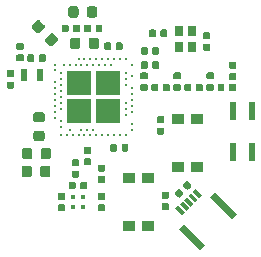
<source format=gbr>
G04 #@! TF.GenerationSoftware,KiCad,Pcbnew,(5.1.5-0)*
G04 #@! TF.CreationDate,2020-05-02T01:07:30+03:00*
G04 #@! TF.ProjectId,raybeacon,72617962-6561-4636-9f6e-2e6b69636164,1.4*
G04 #@! TF.SameCoordinates,PX8f0d180PY5f5e100*
G04 #@! TF.FileFunction,Paste,Top*
G04 #@! TF.FilePolarity,Positive*
%FSLAX46Y46*%
G04 Gerber Fmt 4.6, Leading zero omitted, Abs format (unit mm)*
G04 Created by KiCad (PCBNEW (5.1.5-0)) date 2020-05-02 01:07:30*
%MOMM*%
%LPD*%
G04 APERTURE LIST*
%ADD10R,0.600000X1.500000*%
%ADD11C,0.250000*%
%ADD12R,2.000000X2.000000*%
%ADD13C,0.100000*%
%ADD14R,0.800000X0.900000*%
%ADD15R,0.400000X0.400000*%
%ADD16R,1.000000X0.900000*%
%ADD17R,0.600000X1.100000*%
G04 APERTURE END LIST*
D10*
X9600000Y-1750000D03*
X11200000Y-1750000D03*
X11200000Y1750000D03*
X9600000Y1750000D03*
D11*
X1050000Y150000D03*
X1050000Y650000D03*
X1050000Y1650000D03*
X1050000Y2150000D03*
X1050000Y2650000D03*
X1050000Y3150000D03*
X1050000Y3650000D03*
X1050000Y4650000D03*
X550000Y1400000D03*
X550000Y1900000D03*
X550000Y2400000D03*
X550000Y3900000D03*
X550000Y4400000D03*
X550000Y6150000D03*
X50000Y6150000D03*
X-450000Y6150000D03*
X-950000Y6150000D03*
X-1450000Y6150000D03*
X-1950000Y6150000D03*
X-2450000Y6150000D03*
X-2950000Y6150000D03*
X-700000Y5650000D03*
X-1200000Y5650000D03*
X-1700000Y5650000D03*
X-2200000Y5650000D03*
X-2700000Y5650000D03*
X-3200000Y5650000D03*
X-3700000Y5650000D03*
X-4200000Y5650000D03*
X-4200000Y150000D03*
X-3200000Y150000D03*
X-2700000Y150000D03*
X-2200000Y150000D03*
X50000Y-350000D03*
X-450000Y-350000D03*
X-950000Y-350000D03*
X-1450000Y-350000D03*
X-1950000Y-350000D03*
X-2450000Y-350000D03*
X-2950000Y-350000D03*
X-3450000Y-350000D03*
X-3950000Y-350000D03*
X-4450000Y-350000D03*
X-5450000Y5650000D03*
X-4950000Y4900000D03*
X-5450000Y5150000D03*
X-4950000Y4400000D03*
X-4950000Y3900000D03*
X-4950000Y3400000D03*
X-4950000Y2900000D03*
X-4950000Y2400000D03*
X-4950000Y1900000D03*
X-5450000Y4150000D03*
X-5450000Y3650000D03*
X-5450000Y3150000D03*
X-5450000Y2650000D03*
X-5450000Y2150000D03*
X-5450000Y1650000D03*
X-5450000Y1150000D03*
X-4950000Y900000D03*
X-4950000Y400000D03*
X-4950000Y-350000D03*
X550000Y-350000D03*
X-4700000Y5650000D03*
X-3450000Y6150000D03*
X550000Y4900000D03*
X1050000Y5650000D03*
D12*
X-3412500Y4112500D03*
X-987500Y4112500D03*
X-3412500Y1687500D03*
X-987500Y1687500D03*
D13*
G36*
X-9013041Y5179291D02*
G01*
X-8998723Y5177167D01*
X-8984682Y5173650D01*
X-8971053Y5168773D01*
X-8957968Y5162584D01*
X-8945552Y5155143D01*
X-8933926Y5146520D01*
X-8923201Y5136799D01*
X-8913480Y5126074D01*
X-8904857Y5114448D01*
X-8897416Y5102032D01*
X-8891227Y5088947D01*
X-8886350Y5075318D01*
X-8882833Y5061277D01*
X-8880709Y5046959D01*
X-8879999Y5032501D01*
X-8879999Y4737501D01*
X-8880709Y4723043D01*
X-8882833Y4708725D01*
X-8886350Y4694684D01*
X-8891227Y4681055D01*
X-8897416Y4667970D01*
X-8904857Y4655554D01*
X-8913480Y4643928D01*
X-8923201Y4633203D01*
X-8933926Y4623482D01*
X-8945552Y4614859D01*
X-8957968Y4607418D01*
X-8971053Y4601229D01*
X-8984682Y4596352D01*
X-8998723Y4592835D01*
X-9013041Y4590711D01*
X-9027499Y4590001D01*
X-9372499Y4590001D01*
X-9386957Y4590711D01*
X-9401275Y4592835D01*
X-9415316Y4596352D01*
X-9428945Y4601229D01*
X-9442030Y4607418D01*
X-9454446Y4614859D01*
X-9466072Y4623482D01*
X-9476797Y4633203D01*
X-9486518Y4643928D01*
X-9495141Y4655554D01*
X-9502582Y4667970D01*
X-9508771Y4681055D01*
X-9513648Y4694684D01*
X-9517165Y4708725D01*
X-9519289Y4723043D01*
X-9519999Y4737501D01*
X-9519999Y5032501D01*
X-9519289Y5046959D01*
X-9517165Y5061277D01*
X-9513648Y5075318D01*
X-9508771Y5088947D01*
X-9502582Y5102032D01*
X-9495141Y5114448D01*
X-9486518Y5126074D01*
X-9476797Y5136799D01*
X-9466072Y5146520D01*
X-9454446Y5155143D01*
X-9442030Y5162584D01*
X-9428945Y5168773D01*
X-9415316Y5173650D01*
X-9401275Y5177167D01*
X-9386957Y5179291D01*
X-9372499Y5180001D01*
X-9027499Y5180001D01*
X-9013041Y5179291D01*
G37*
G36*
X-9013041Y4209291D02*
G01*
X-8998723Y4207167D01*
X-8984682Y4203650D01*
X-8971053Y4198773D01*
X-8957968Y4192584D01*
X-8945552Y4185143D01*
X-8933926Y4176520D01*
X-8923201Y4166799D01*
X-8913480Y4156074D01*
X-8904857Y4144448D01*
X-8897416Y4132032D01*
X-8891227Y4118947D01*
X-8886350Y4105318D01*
X-8882833Y4091277D01*
X-8880709Y4076959D01*
X-8879999Y4062501D01*
X-8879999Y3767501D01*
X-8880709Y3753043D01*
X-8882833Y3738725D01*
X-8886350Y3724684D01*
X-8891227Y3711055D01*
X-8897416Y3697970D01*
X-8904857Y3685554D01*
X-8913480Y3673928D01*
X-8923201Y3663203D01*
X-8933926Y3653482D01*
X-8945552Y3644859D01*
X-8957968Y3637418D01*
X-8971053Y3631229D01*
X-8984682Y3626352D01*
X-8998723Y3622835D01*
X-9013041Y3620711D01*
X-9027499Y3620001D01*
X-9372499Y3620001D01*
X-9386957Y3620711D01*
X-9401275Y3622835D01*
X-9415316Y3626352D01*
X-9428945Y3631229D01*
X-9442030Y3637418D01*
X-9454446Y3644859D01*
X-9466072Y3653482D01*
X-9476797Y3663203D01*
X-9486518Y3673928D01*
X-9495141Y3685554D01*
X-9502582Y3697970D01*
X-9508771Y3711055D01*
X-9513648Y3724684D01*
X-9517165Y3738725D01*
X-9519289Y3753043D01*
X-9519999Y3767501D01*
X-9519999Y4062501D01*
X-9519289Y4076959D01*
X-9517165Y4091277D01*
X-9513648Y4105318D01*
X-9508771Y4118947D01*
X-9502582Y4132032D01*
X-9495141Y4144448D01*
X-9486518Y4156074D01*
X-9476797Y4166799D01*
X-9466072Y4176520D01*
X-9454446Y4185143D01*
X-9442030Y4192584D01*
X-9428945Y4198773D01*
X-9415316Y4203650D01*
X-9401275Y4207167D01*
X-9386957Y4209291D01*
X-9372499Y4210001D01*
X-9027499Y4210001D01*
X-9013041Y4209291D01*
G37*
D14*
X5050001Y8500000D03*
X5050001Y7100000D03*
X6150001Y7100000D03*
X6150001Y8500000D03*
D13*
G36*
X7886958Y4979290D02*
G01*
X7901276Y4977166D01*
X7915317Y4973649D01*
X7928946Y4968772D01*
X7942031Y4962583D01*
X7954447Y4955142D01*
X7966073Y4946519D01*
X7976798Y4936798D01*
X7986519Y4926073D01*
X7995142Y4914447D01*
X8002583Y4902031D01*
X8008772Y4888946D01*
X8013649Y4875317D01*
X8017166Y4861276D01*
X8019290Y4846958D01*
X8020000Y4832500D01*
X8020000Y4537500D01*
X8019290Y4523042D01*
X8017166Y4508724D01*
X8013649Y4494683D01*
X8008772Y4481054D01*
X8002583Y4467969D01*
X7995142Y4455553D01*
X7986519Y4443927D01*
X7976798Y4433202D01*
X7966073Y4423481D01*
X7954447Y4414858D01*
X7942031Y4407417D01*
X7928946Y4401228D01*
X7915317Y4396351D01*
X7901276Y4392834D01*
X7886958Y4390710D01*
X7872500Y4390000D01*
X7527500Y4390000D01*
X7513042Y4390710D01*
X7498724Y4392834D01*
X7484683Y4396351D01*
X7471054Y4401228D01*
X7457969Y4407417D01*
X7445553Y4414858D01*
X7433927Y4423481D01*
X7423202Y4433202D01*
X7413481Y4443927D01*
X7404858Y4455553D01*
X7397417Y4467969D01*
X7391228Y4481054D01*
X7386351Y4494683D01*
X7382834Y4508724D01*
X7380710Y4523042D01*
X7380000Y4537500D01*
X7380000Y4832500D01*
X7380710Y4846958D01*
X7382834Y4861276D01*
X7386351Y4875317D01*
X7391228Y4888946D01*
X7397417Y4902031D01*
X7404858Y4914447D01*
X7413481Y4926073D01*
X7423202Y4936798D01*
X7433927Y4946519D01*
X7445553Y4955142D01*
X7457969Y4962583D01*
X7471054Y4968772D01*
X7484683Y4973649D01*
X7498724Y4977166D01*
X7513042Y4979290D01*
X7527500Y4980000D01*
X7872500Y4980000D01*
X7886958Y4979290D01*
G37*
G36*
X7886958Y4009290D02*
G01*
X7901276Y4007166D01*
X7915317Y4003649D01*
X7928946Y3998772D01*
X7942031Y3992583D01*
X7954447Y3985142D01*
X7966073Y3976519D01*
X7976798Y3966798D01*
X7986519Y3956073D01*
X7995142Y3944447D01*
X8002583Y3932031D01*
X8008772Y3918946D01*
X8013649Y3905317D01*
X8017166Y3891276D01*
X8019290Y3876958D01*
X8020000Y3862500D01*
X8020000Y3567500D01*
X8019290Y3553042D01*
X8017166Y3538724D01*
X8013649Y3524683D01*
X8008772Y3511054D01*
X8002583Y3497969D01*
X7995142Y3485553D01*
X7986519Y3473927D01*
X7976798Y3463202D01*
X7966073Y3453481D01*
X7954447Y3444858D01*
X7942031Y3437417D01*
X7928946Y3431228D01*
X7915317Y3426351D01*
X7901276Y3422834D01*
X7886958Y3420710D01*
X7872500Y3420000D01*
X7527500Y3420000D01*
X7513042Y3420710D01*
X7498724Y3422834D01*
X7484683Y3426351D01*
X7471054Y3431228D01*
X7457969Y3437417D01*
X7445553Y3444858D01*
X7433927Y3453481D01*
X7423202Y3463202D01*
X7413481Y3473927D01*
X7404858Y3485553D01*
X7397417Y3497969D01*
X7391228Y3511054D01*
X7386351Y3524683D01*
X7382834Y3538724D01*
X7380710Y3553042D01*
X7380000Y3567500D01*
X7380000Y3862500D01*
X7380710Y3876958D01*
X7382834Y3891276D01*
X7386351Y3905317D01*
X7391228Y3918946D01*
X7397417Y3932031D01*
X7404858Y3944447D01*
X7413481Y3956073D01*
X7423202Y3966798D01*
X7433927Y3976519D01*
X7445553Y3985142D01*
X7457969Y3992583D01*
X7471054Y3998772D01*
X7484683Y4003649D01*
X7498724Y4007166D01*
X7513042Y4009290D01*
X7527500Y4010000D01*
X7872500Y4010000D01*
X7886958Y4009290D01*
G37*
G36*
X5086958Y4979291D02*
G01*
X5101276Y4977167D01*
X5115317Y4973650D01*
X5128946Y4968773D01*
X5142031Y4962584D01*
X5154447Y4955143D01*
X5166073Y4946520D01*
X5176798Y4936799D01*
X5186519Y4926074D01*
X5195142Y4914448D01*
X5202583Y4902032D01*
X5208772Y4888947D01*
X5213649Y4875318D01*
X5217166Y4861277D01*
X5219290Y4846959D01*
X5220000Y4832501D01*
X5220000Y4537501D01*
X5219290Y4523043D01*
X5217166Y4508725D01*
X5213649Y4494684D01*
X5208772Y4481055D01*
X5202583Y4467970D01*
X5195142Y4455554D01*
X5186519Y4443928D01*
X5176798Y4433203D01*
X5166073Y4423482D01*
X5154447Y4414859D01*
X5142031Y4407418D01*
X5128946Y4401229D01*
X5115317Y4396352D01*
X5101276Y4392835D01*
X5086958Y4390711D01*
X5072500Y4390001D01*
X4727500Y4390001D01*
X4713042Y4390711D01*
X4698724Y4392835D01*
X4684683Y4396352D01*
X4671054Y4401229D01*
X4657969Y4407418D01*
X4645553Y4414859D01*
X4633927Y4423482D01*
X4623202Y4433203D01*
X4613481Y4443928D01*
X4604858Y4455554D01*
X4597417Y4467970D01*
X4591228Y4481055D01*
X4586351Y4494684D01*
X4582834Y4508725D01*
X4580710Y4523043D01*
X4580000Y4537501D01*
X4580000Y4832501D01*
X4580710Y4846959D01*
X4582834Y4861277D01*
X4586351Y4875318D01*
X4591228Y4888947D01*
X4597417Y4902032D01*
X4604858Y4914448D01*
X4613481Y4926074D01*
X4623202Y4936799D01*
X4633927Y4946520D01*
X4645553Y4955143D01*
X4657969Y4962584D01*
X4671054Y4968773D01*
X4684683Y4973650D01*
X4698724Y4977167D01*
X4713042Y4979291D01*
X4727500Y4980001D01*
X5072500Y4980001D01*
X5086958Y4979291D01*
G37*
G36*
X5086958Y4009291D02*
G01*
X5101276Y4007167D01*
X5115317Y4003650D01*
X5128946Y3998773D01*
X5142031Y3992584D01*
X5154447Y3985143D01*
X5166073Y3976520D01*
X5176798Y3966799D01*
X5186519Y3956074D01*
X5195142Y3944448D01*
X5202583Y3932032D01*
X5208772Y3918947D01*
X5213649Y3905318D01*
X5217166Y3891277D01*
X5219290Y3876959D01*
X5220000Y3862501D01*
X5220000Y3567501D01*
X5219290Y3553043D01*
X5217166Y3538725D01*
X5213649Y3524684D01*
X5208772Y3511055D01*
X5202583Y3497970D01*
X5195142Y3485554D01*
X5186519Y3473928D01*
X5176798Y3463203D01*
X5166073Y3453482D01*
X5154447Y3444859D01*
X5142031Y3437418D01*
X5128946Y3431229D01*
X5115317Y3426352D01*
X5101276Y3422835D01*
X5086958Y3420711D01*
X5072500Y3420001D01*
X4727500Y3420001D01*
X4713042Y3420711D01*
X4698724Y3422835D01*
X4684683Y3426352D01*
X4671054Y3431229D01*
X4657969Y3437418D01*
X4645553Y3444859D01*
X4633927Y3453482D01*
X4623202Y3463203D01*
X4613481Y3473928D01*
X4604858Y3485554D01*
X4597417Y3497970D01*
X4591228Y3511055D01*
X4586351Y3524684D01*
X4582834Y3538725D01*
X4580710Y3553043D01*
X4580000Y3567501D01*
X4580000Y3862501D01*
X4580710Y3876959D01*
X4582834Y3891277D01*
X4586351Y3905318D01*
X4591228Y3918947D01*
X4597417Y3932032D01*
X4604858Y3944448D01*
X4613481Y3956074D01*
X4623202Y3966799D01*
X4633927Y3976520D01*
X4645553Y3985143D01*
X4657969Y3992584D01*
X4671054Y3998773D01*
X4684683Y4003650D01*
X4698724Y4007167D01*
X4713042Y4009291D01*
X4727500Y4010001D01*
X5072500Y4010001D01*
X5086958Y4009291D01*
G37*
D15*
X-3100000Y-6400000D03*
X-3100000Y-5600000D03*
X-3900000Y-5600000D03*
X-3900000Y-6400000D03*
D13*
G36*
X9550610Y-7387868D02*
G01*
X7712132Y-5549390D01*
X8136396Y-5125126D01*
X9974874Y-6963604D01*
X9550610Y-7387868D01*
G37*
G36*
X6863604Y-10074874D02*
G01*
X5025126Y-8236396D01*
X5449390Y-7812132D01*
X7287868Y-9650610D01*
X6863604Y-10074874D01*
G37*
G36*
X6739860Y-5673134D02*
G01*
X6174175Y-5107449D01*
X6421662Y-4859962D01*
X6987347Y-5425647D01*
X6739860Y-5673134D01*
G37*
G36*
X6386307Y-6026687D02*
G01*
X5820622Y-5461002D01*
X6068109Y-5213515D01*
X6633794Y-5779200D01*
X6386307Y-6026687D01*
G37*
G36*
X6032753Y-6380240D02*
G01*
X5467068Y-5814555D01*
X5714555Y-5567068D01*
X6280240Y-6132753D01*
X6032753Y-6380240D01*
G37*
G36*
X5679200Y-6733794D02*
G01*
X5113515Y-6168109D01*
X5361002Y-5920622D01*
X5926687Y-6486307D01*
X5679200Y-6733794D01*
G37*
G36*
X5325647Y-7087347D02*
G01*
X4759962Y-6521662D01*
X5007449Y-6274175D01*
X5573134Y-6839860D01*
X5325647Y-7087347D01*
G37*
G36*
X7586958Y8379290D02*
G01*
X7601276Y8377166D01*
X7615317Y8373649D01*
X7628946Y8368772D01*
X7642031Y8362583D01*
X7654447Y8355142D01*
X7666073Y8346519D01*
X7676798Y8336798D01*
X7686519Y8326073D01*
X7695142Y8314447D01*
X7702583Y8302031D01*
X7708772Y8288946D01*
X7713649Y8275317D01*
X7717166Y8261276D01*
X7719290Y8246958D01*
X7720000Y8232500D01*
X7720000Y7937500D01*
X7719290Y7923042D01*
X7717166Y7908724D01*
X7713649Y7894683D01*
X7708772Y7881054D01*
X7702583Y7867969D01*
X7695142Y7855553D01*
X7686519Y7843927D01*
X7676798Y7833202D01*
X7666073Y7823481D01*
X7654447Y7814858D01*
X7642031Y7807417D01*
X7628946Y7801228D01*
X7615317Y7796351D01*
X7601276Y7792834D01*
X7586958Y7790710D01*
X7572500Y7790000D01*
X7227500Y7790000D01*
X7213042Y7790710D01*
X7198724Y7792834D01*
X7184683Y7796351D01*
X7171054Y7801228D01*
X7157969Y7807417D01*
X7145553Y7814858D01*
X7133927Y7823481D01*
X7123202Y7833202D01*
X7113481Y7843927D01*
X7104858Y7855553D01*
X7097417Y7867969D01*
X7091228Y7881054D01*
X7086351Y7894683D01*
X7082834Y7908724D01*
X7080710Y7923042D01*
X7080000Y7937500D01*
X7080000Y8232500D01*
X7080710Y8246958D01*
X7082834Y8261276D01*
X7086351Y8275317D01*
X7091228Y8288946D01*
X7097417Y8302031D01*
X7104858Y8314447D01*
X7113481Y8326073D01*
X7123202Y8336798D01*
X7133927Y8346519D01*
X7145553Y8355142D01*
X7157969Y8362583D01*
X7171054Y8368772D01*
X7184683Y8373649D01*
X7198724Y8377166D01*
X7213042Y8379290D01*
X7227500Y8380000D01*
X7572500Y8380000D01*
X7586958Y8379290D01*
G37*
G36*
X7586958Y7409290D02*
G01*
X7601276Y7407166D01*
X7615317Y7403649D01*
X7628946Y7398772D01*
X7642031Y7392583D01*
X7654447Y7385142D01*
X7666073Y7376519D01*
X7676798Y7366798D01*
X7686519Y7356073D01*
X7695142Y7344447D01*
X7702583Y7332031D01*
X7708772Y7318946D01*
X7713649Y7305317D01*
X7717166Y7291276D01*
X7719290Y7276958D01*
X7720000Y7262500D01*
X7720000Y6967500D01*
X7719290Y6953042D01*
X7717166Y6938724D01*
X7713649Y6924683D01*
X7708772Y6911054D01*
X7702583Y6897969D01*
X7695142Y6885553D01*
X7686519Y6873927D01*
X7676798Y6863202D01*
X7666073Y6853481D01*
X7654447Y6844858D01*
X7642031Y6837417D01*
X7628946Y6831228D01*
X7615317Y6826351D01*
X7601276Y6822834D01*
X7586958Y6820710D01*
X7572500Y6820000D01*
X7227500Y6820000D01*
X7213042Y6820710D01*
X7198724Y6822834D01*
X7184683Y6826351D01*
X7171054Y6831228D01*
X7157969Y6837417D01*
X7145553Y6844858D01*
X7133927Y6853481D01*
X7123202Y6863202D01*
X7113481Y6873927D01*
X7104858Y6885553D01*
X7097417Y6897969D01*
X7091228Y6911054D01*
X7086351Y6924683D01*
X7082834Y6938724D01*
X7080710Y6953042D01*
X7080000Y6967500D01*
X7080000Y7262500D01*
X7080710Y7276958D01*
X7082834Y7291276D01*
X7086351Y7305317D01*
X7091228Y7318946D01*
X7097417Y7332031D01*
X7104858Y7344447D01*
X7113481Y7356073D01*
X7123202Y7366798D01*
X7133927Y7376519D01*
X7145553Y7385142D01*
X7157969Y7392583D01*
X7171054Y7398772D01*
X7184683Y7403649D01*
X7198724Y7407166D01*
X7213042Y7409290D01*
X7227500Y7410000D01*
X7572500Y7410000D01*
X7586958Y7409290D01*
G37*
G36*
X3946958Y8619290D02*
G01*
X3961276Y8617166D01*
X3975317Y8613649D01*
X3988946Y8608772D01*
X4002031Y8602583D01*
X4014447Y8595142D01*
X4026073Y8586519D01*
X4036798Y8576798D01*
X4046519Y8566073D01*
X4055142Y8554447D01*
X4062583Y8542031D01*
X4068772Y8528946D01*
X4073649Y8515317D01*
X4077166Y8501276D01*
X4079290Y8486958D01*
X4080000Y8472500D01*
X4080000Y8127500D01*
X4079290Y8113042D01*
X4077166Y8098724D01*
X4073649Y8084683D01*
X4068772Y8071054D01*
X4062583Y8057969D01*
X4055142Y8045553D01*
X4046519Y8033927D01*
X4036798Y8023202D01*
X4026073Y8013481D01*
X4014447Y8004858D01*
X4002031Y7997417D01*
X3988946Y7991228D01*
X3975317Y7986351D01*
X3961276Y7982834D01*
X3946958Y7980710D01*
X3932500Y7980000D01*
X3637500Y7980000D01*
X3623042Y7980710D01*
X3608724Y7982834D01*
X3594683Y7986351D01*
X3581054Y7991228D01*
X3567969Y7997417D01*
X3555553Y8004858D01*
X3543927Y8013481D01*
X3533202Y8023202D01*
X3523481Y8033927D01*
X3514858Y8045553D01*
X3507417Y8057969D01*
X3501228Y8071054D01*
X3496351Y8084683D01*
X3492834Y8098724D01*
X3490710Y8113042D01*
X3490000Y8127500D01*
X3490000Y8472500D01*
X3490710Y8486958D01*
X3492834Y8501276D01*
X3496351Y8515317D01*
X3501228Y8528946D01*
X3507417Y8542031D01*
X3514858Y8554447D01*
X3523481Y8566073D01*
X3533202Y8576798D01*
X3543927Y8586519D01*
X3555553Y8595142D01*
X3567969Y8602583D01*
X3581054Y8608772D01*
X3594683Y8613649D01*
X3608724Y8617166D01*
X3623042Y8619290D01*
X3637500Y8620000D01*
X3932500Y8620000D01*
X3946958Y8619290D01*
G37*
G36*
X2976958Y8619290D02*
G01*
X2991276Y8617166D01*
X3005317Y8613649D01*
X3018946Y8608772D01*
X3032031Y8602583D01*
X3044447Y8595142D01*
X3056073Y8586519D01*
X3066798Y8576798D01*
X3076519Y8566073D01*
X3085142Y8554447D01*
X3092583Y8542031D01*
X3098772Y8528946D01*
X3103649Y8515317D01*
X3107166Y8501276D01*
X3109290Y8486958D01*
X3110000Y8472500D01*
X3110000Y8127500D01*
X3109290Y8113042D01*
X3107166Y8098724D01*
X3103649Y8084683D01*
X3098772Y8071054D01*
X3092583Y8057969D01*
X3085142Y8045553D01*
X3076519Y8033927D01*
X3066798Y8023202D01*
X3056073Y8013481D01*
X3044447Y8004858D01*
X3032031Y7997417D01*
X3018946Y7991228D01*
X3005317Y7986351D01*
X2991276Y7982834D01*
X2976958Y7980710D01*
X2962500Y7980000D01*
X2667500Y7980000D01*
X2653042Y7980710D01*
X2638724Y7982834D01*
X2624683Y7986351D01*
X2611054Y7991228D01*
X2597969Y7997417D01*
X2585553Y8004858D01*
X2573927Y8013481D01*
X2563202Y8023202D01*
X2553481Y8033927D01*
X2544858Y8045553D01*
X2537417Y8057969D01*
X2531228Y8071054D01*
X2526351Y8084683D01*
X2522834Y8098724D01*
X2520710Y8113042D01*
X2520000Y8127500D01*
X2520000Y8472500D01*
X2520710Y8486958D01*
X2522834Y8501276D01*
X2526351Y8515317D01*
X2531228Y8528946D01*
X2537417Y8542031D01*
X2544858Y8554447D01*
X2553481Y8566073D01*
X2563202Y8576798D01*
X2573927Y8586519D01*
X2585553Y8595142D01*
X2597969Y8602583D01*
X2611054Y8608772D01*
X2624683Y8613649D01*
X2638724Y8617166D01*
X2653042Y8619290D01*
X2667500Y8620000D01*
X2962500Y8620000D01*
X2976958Y8619290D01*
G37*
G36*
X2286958Y4979290D02*
G01*
X2301276Y4977166D01*
X2315317Y4973649D01*
X2328946Y4968772D01*
X2342031Y4962583D01*
X2354447Y4955142D01*
X2366073Y4946519D01*
X2376798Y4936798D01*
X2386519Y4926073D01*
X2395142Y4914447D01*
X2402583Y4902031D01*
X2408772Y4888946D01*
X2413649Y4875317D01*
X2417166Y4861276D01*
X2419290Y4846958D01*
X2420000Y4832500D01*
X2420000Y4537500D01*
X2419290Y4523042D01*
X2417166Y4508724D01*
X2413649Y4494683D01*
X2408772Y4481054D01*
X2402583Y4467969D01*
X2395142Y4455553D01*
X2386519Y4443927D01*
X2376798Y4433202D01*
X2366073Y4423481D01*
X2354447Y4414858D01*
X2342031Y4407417D01*
X2328946Y4401228D01*
X2315317Y4396351D01*
X2301276Y4392834D01*
X2286958Y4390710D01*
X2272500Y4390000D01*
X1927500Y4390000D01*
X1913042Y4390710D01*
X1898724Y4392834D01*
X1884683Y4396351D01*
X1871054Y4401228D01*
X1857969Y4407417D01*
X1845553Y4414858D01*
X1833927Y4423481D01*
X1823202Y4433202D01*
X1813481Y4443927D01*
X1804858Y4455553D01*
X1797417Y4467969D01*
X1791228Y4481054D01*
X1786351Y4494683D01*
X1782834Y4508724D01*
X1780710Y4523042D01*
X1780000Y4537500D01*
X1780000Y4832500D01*
X1780710Y4846958D01*
X1782834Y4861276D01*
X1786351Y4875317D01*
X1791228Y4888946D01*
X1797417Y4902031D01*
X1804858Y4914447D01*
X1813481Y4926073D01*
X1823202Y4936798D01*
X1833927Y4946519D01*
X1845553Y4955142D01*
X1857969Y4962583D01*
X1871054Y4968772D01*
X1884683Y4973649D01*
X1898724Y4977166D01*
X1913042Y4979290D01*
X1927500Y4980000D01*
X2272500Y4980000D01*
X2286958Y4979290D01*
G37*
G36*
X2286958Y4009290D02*
G01*
X2301276Y4007166D01*
X2315317Y4003649D01*
X2328946Y3998772D01*
X2342031Y3992583D01*
X2354447Y3985142D01*
X2366073Y3976519D01*
X2376798Y3966798D01*
X2386519Y3956073D01*
X2395142Y3944447D01*
X2402583Y3932031D01*
X2408772Y3918946D01*
X2413649Y3905317D01*
X2417166Y3891276D01*
X2419290Y3876958D01*
X2420000Y3862500D01*
X2420000Y3567500D01*
X2419290Y3553042D01*
X2417166Y3538724D01*
X2413649Y3524683D01*
X2408772Y3511054D01*
X2402583Y3497969D01*
X2395142Y3485553D01*
X2386519Y3473927D01*
X2376798Y3463202D01*
X2366073Y3453481D01*
X2354447Y3444858D01*
X2342031Y3437417D01*
X2328946Y3431228D01*
X2315317Y3426351D01*
X2301276Y3422834D01*
X2286958Y3420710D01*
X2272500Y3420000D01*
X1927500Y3420000D01*
X1913042Y3420710D01*
X1898724Y3422834D01*
X1884683Y3426351D01*
X1871054Y3431228D01*
X1857969Y3437417D01*
X1845553Y3444858D01*
X1833927Y3453481D01*
X1823202Y3463202D01*
X1813481Y3473927D01*
X1804858Y3485553D01*
X1797417Y3497969D01*
X1791228Y3511054D01*
X1786351Y3524683D01*
X1782834Y3538724D01*
X1780710Y3553042D01*
X1780000Y3567500D01*
X1780000Y3862500D01*
X1780710Y3876958D01*
X1782834Y3891276D01*
X1786351Y3905317D01*
X1791228Y3918946D01*
X1797417Y3932031D01*
X1804858Y3944447D01*
X1813481Y3956073D01*
X1823202Y3966798D01*
X1833927Y3976519D01*
X1845553Y3985142D01*
X1857969Y3992583D01*
X1871054Y3998772D01*
X1884683Y4003649D01*
X1898724Y4007166D01*
X1913042Y4009290D01*
X1927500Y4010000D01*
X2272500Y4010000D01*
X2286958Y4009290D01*
G37*
G36*
X-6353041Y6519291D02*
G01*
X-6338723Y6517167D01*
X-6324682Y6513650D01*
X-6311053Y6508773D01*
X-6297968Y6502584D01*
X-6285552Y6495143D01*
X-6273926Y6486520D01*
X-6263201Y6476799D01*
X-6253480Y6466074D01*
X-6244857Y6454448D01*
X-6237416Y6442032D01*
X-6231227Y6428947D01*
X-6226350Y6415318D01*
X-6222833Y6401277D01*
X-6220709Y6386959D01*
X-6219999Y6372501D01*
X-6219999Y6027501D01*
X-6220709Y6013043D01*
X-6222833Y5998725D01*
X-6226350Y5984684D01*
X-6231227Y5971055D01*
X-6237416Y5957970D01*
X-6244857Y5945554D01*
X-6253480Y5933928D01*
X-6263201Y5923203D01*
X-6273926Y5913482D01*
X-6285552Y5904859D01*
X-6297968Y5897418D01*
X-6311053Y5891229D01*
X-6324682Y5886352D01*
X-6338723Y5882835D01*
X-6353041Y5880711D01*
X-6367499Y5880001D01*
X-6662499Y5880001D01*
X-6676957Y5880711D01*
X-6691275Y5882835D01*
X-6705316Y5886352D01*
X-6718945Y5891229D01*
X-6732030Y5897418D01*
X-6744446Y5904859D01*
X-6756072Y5913482D01*
X-6766797Y5923203D01*
X-6776518Y5933928D01*
X-6785141Y5945554D01*
X-6792582Y5957970D01*
X-6798771Y5971055D01*
X-6803648Y5984684D01*
X-6807165Y5998725D01*
X-6809289Y6013043D01*
X-6809999Y6027501D01*
X-6809999Y6372501D01*
X-6809289Y6386959D01*
X-6807165Y6401277D01*
X-6803648Y6415318D01*
X-6798771Y6428947D01*
X-6792582Y6442032D01*
X-6785141Y6454448D01*
X-6776518Y6466074D01*
X-6766797Y6476799D01*
X-6756072Y6486520D01*
X-6744446Y6495143D01*
X-6732030Y6502584D01*
X-6718945Y6508773D01*
X-6705316Y6513650D01*
X-6691275Y6517167D01*
X-6676957Y6519291D01*
X-6662499Y6520001D01*
X-6367499Y6520001D01*
X-6353041Y6519291D01*
G37*
G36*
X-7323041Y6519291D02*
G01*
X-7308723Y6517167D01*
X-7294682Y6513650D01*
X-7281053Y6508773D01*
X-7267968Y6502584D01*
X-7255552Y6495143D01*
X-7243926Y6486520D01*
X-7233201Y6476799D01*
X-7223480Y6466074D01*
X-7214857Y6454448D01*
X-7207416Y6442032D01*
X-7201227Y6428947D01*
X-7196350Y6415318D01*
X-7192833Y6401277D01*
X-7190709Y6386959D01*
X-7189999Y6372501D01*
X-7189999Y6027501D01*
X-7190709Y6013043D01*
X-7192833Y5998725D01*
X-7196350Y5984684D01*
X-7201227Y5971055D01*
X-7207416Y5957970D01*
X-7214857Y5945554D01*
X-7223480Y5933928D01*
X-7233201Y5923203D01*
X-7243926Y5913482D01*
X-7255552Y5904859D01*
X-7267968Y5897418D01*
X-7281053Y5891229D01*
X-7294682Y5886352D01*
X-7308723Y5882835D01*
X-7323041Y5880711D01*
X-7337499Y5880001D01*
X-7632499Y5880001D01*
X-7646957Y5880711D01*
X-7661275Y5882835D01*
X-7675316Y5886352D01*
X-7688945Y5891229D01*
X-7702030Y5897418D01*
X-7714446Y5904859D01*
X-7726072Y5913482D01*
X-7736797Y5923203D01*
X-7746518Y5933928D01*
X-7755141Y5945554D01*
X-7762582Y5957970D01*
X-7768771Y5971055D01*
X-7773648Y5984684D01*
X-7777165Y5998725D01*
X-7779289Y6013043D01*
X-7779999Y6027501D01*
X-7779999Y6372501D01*
X-7779289Y6386959D01*
X-7777165Y6401277D01*
X-7773648Y6415318D01*
X-7768771Y6428947D01*
X-7762582Y6442032D01*
X-7755141Y6454448D01*
X-7746518Y6466074D01*
X-7736797Y6476799D01*
X-7726072Y6486520D01*
X-7714446Y6495143D01*
X-7702030Y6502584D01*
X-7688945Y6508773D01*
X-7675316Y6513650D01*
X-7661275Y6517167D01*
X-7646957Y6519291D01*
X-7632499Y6520001D01*
X-7337499Y6520001D01*
X-7323041Y6519291D01*
G37*
G36*
X-2513042Y-1320709D02*
G01*
X-2498724Y-1322833D01*
X-2484683Y-1326350D01*
X-2471054Y-1331227D01*
X-2457969Y-1337416D01*
X-2445553Y-1344857D01*
X-2433927Y-1353480D01*
X-2423202Y-1363201D01*
X-2413481Y-1373926D01*
X-2404858Y-1385552D01*
X-2397417Y-1397968D01*
X-2391228Y-1411053D01*
X-2386351Y-1424682D01*
X-2382834Y-1438723D01*
X-2380710Y-1453041D01*
X-2380000Y-1467499D01*
X-2380000Y-1762499D01*
X-2380710Y-1776957D01*
X-2382834Y-1791275D01*
X-2386351Y-1805316D01*
X-2391228Y-1818945D01*
X-2397417Y-1832030D01*
X-2404858Y-1844446D01*
X-2413481Y-1856072D01*
X-2423202Y-1866797D01*
X-2433927Y-1876518D01*
X-2445553Y-1885141D01*
X-2457969Y-1892582D01*
X-2471054Y-1898771D01*
X-2484683Y-1903648D01*
X-2498724Y-1907165D01*
X-2513042Y-1909289D01*
X-2527500Y-1909999D01*
X-2872500Y-1909999D01*
X-2886958Y-1909289D01*
X-2901276Y-1907165D01*
X-2915317Y-1903648D01*
X-2928946Y-1898771D01*
X-2942031Y-1892582D01*
X-2954447Y-1885141D01*
X-2966073Y-1876518D01*
X-2976798Y-1866797D01*
X-2986519Y-1856072D01*
X-2995142Y-1844446D01*
X-3002583Y-1832030D01*
X-3008772Y-1818945D01*
X-3013649Y-1805316D01*
X-3017166Y-1791275D01*
X-3019290Y-1776957D01*
X-3020000Y-1762499D01*
X-3020000Y-1467499D01*
X-3019290Y-1453041D01*
X-3017166Y-1438723D01*
X-3013649Y-1424682D01*
X-3008772Y-1411053D01*
X-3002583Y-1397968D01*
X-2995142Y-1385552D01*
X-2986519Y-1373926D01*
X-2976798Y-1363201D01*
X-2966073Y-1353480D01*
X-2954447Y-1344857D01*
X-2942031Y-1337416D01*
X-2928946Y-1331227D01*
X-2915317Y-1326350D01*
X-2901276Y-1322833D01*
X-2886958Y-1320709D01*
X-2872500Y-1319999D01*
X-2527500Y-1319999D01*
X-2513042Y-1320709D01*
G37*
G36*
X-2513042Y-2290709D02*
G01*
X-2498724Y-2292833D01*
X-2484683Y-2296350D01*
X-2471054Y-2301227D01*
X-2457969Y-2307416D01*
X-2445553Y-2314857D01*
X-2433927Y-2323480D01*
X-2423202Y-2333201D01*
X-2413481Y-2343926D01*
X-2404858Y-2355552D01*
X-2397417Y-2367968D01*
X-2391228Y-2381053D01*
X-2386351Y-2394682D01*
X-2382834Y-2408723D01*
X-2380710Y-2423041D01*
X-2380000Y-2437499D01*
X-2380000Y-2732499D01*
X-2380710Y-2746957D01*
X-2382834Y-2761275D01*
X-2386351Y-2775316D01*
X-2391228Y-2788945D01*
X-2397417Y-2802030D01*
X-2404858Y-2814446D01*
X-2413481Y-2826072D01*
X-2423202Y-2836797D01*
X-2433927Y-2846518D01*
X-2445553Y-2855141D01*
X-2457969Y-2862582D01*
X-2471054Y-2868771D01*
X-2484683Y-2873648D01*
X-2498724Y-2877165D01*
X-2513042Y-2879289D01*
X-2527500Y-2879999D01*
X-2872500Y-2879999D01*
X-2886958Y-2879289D01*
X-2901276Y-2877165D01*
X-2915317Y-2873648D01*
X-2928946Y-2868771D01*
X-2942031Y-2862582D01*
X-2954447Y-2855141D01*
X-2966073Y-2846518D01*
X-2976798Y-2836797D01*
X-2986519Y-2826072D01*
X-2995142Y-2814446D01*
X-3002583Y-2802030D01*
X-3008772Y-2788945D01*
X-3013649Y-2775316D01*
X-3017166Y-2761275D01*
X-3019290Y-2746957D01*
X-3020000Y-2732499D01*
X-3020000Y-2437499D01*
X-3019290Y-2423041D01*
X-3017166Y-2408723D01*
X-3013649Y-2394682D01*
X-3008772Y-2381053D01*
X-3002583Y-2367968D01*
X-2995142Y-2355552D01*
X-2986519Y-2343926D01*
X-2976798Y-2333201D01*
X-2966073Y-2323480D01*
X-2954447Y-2314857D01*
X-2942031Y-2307416D01*
X-2928946Y-2301227D01*
X-2915317Y-2296350D01*
X-2901276Y-2292833D01*
X-2886958Y-2290709D01*
X-2872500Y-2289999D01*
X-2527500Y-2289999D01*
X-2513042Y-2290709D01*
G37*
G36*
X-323042Y-1080710D02*
G01*
X-308724Y-1082834D01*
X-294683Y-1086351D01*
X-281054Y-1091228D01*
X-267969Y-1097417D01*
X-255553Y-1104858D01*
X-243927Y-1113481D01*
X-233202Y-1123202D01*
X-223481Y-1133927D01*
X-214858Y-1145553D01*
X-207417Y-1157969D01*
X-201228Y-1171054D01*
X-196351Y-1184683D01*
X-192834Y-1198724D01*
X-190710Y-1213042D01*
X-190000Y-1227500D01*
X-190000Y-1572500D01*
X-190710Y-1586958D01*
X-192834Y-1601276D01*
X-196351Y-1615317D01*
X-201228Y-1628946D01*
X-207417Y-1642031D01*
X-214858Y-1654447D01*
X-223481Y-1666073D01*
X-233202Y-1676798D01*
X-243927Y-1686519D01*
X-255553Y-1695142D01*
X-267969Y-1702583D01*
X-281054Y-1708772D01*
X-294683Y-1713649D01*
X-308724Y-1717166D01*
X-323042Y-1719290D01*
X-337500Y-1720000D01*
X-632500Y-1720000D01*
X-646958Y-1719290D01*
X-661276Y-1717166D01*
X-675317Y-1713649D01*
X-688946Y-1708772D01*
X-702031Y-1702583D01*
X-714447Y-1695142D01*
X-726073Y-1686519D01*
X-736798Y-1676798D01*
X-746519Y-1666073D01*
X-755142Y-1654447D01*
X-762583Y-1642031D01*
X-768772Y-1628946D01*
X-773649Y-1615317D01*
X-777166Y-1601276D01*
X-779290Y-1586958D01*
X-780000Y-1572500D01*
X-780000Y-1227500D01*
X-779290Y-1213042D01*
X-777166Y-1198724D01*
X-773649Y-1184683D01*
X-768772Y-1171054D01*
X-762583Y-1157969D01*
X-755142Y-1145553D01*
X-746519Y-1133927D01*
X-736798Y-1123202D01*
X-726073Y-1113481D01*
X-714447Y-1104858D01*
X-702031Y-1097417D01*
X-688946Y-1091228D01*
X-675317Y-1086351D01*
X-661276Y-1082834D01*
X-646958Y-1080710D01*
X-632500Y-1080000D01*
X-337500Y-1080000D01*
X-323042Y-1080710D01*
G37*
G36*
X646958Y-1080710D02*
G01*
X661276Y-1082834D01*
X675317Y-1086351D01*
X688946Y-1091228D01*
X702031Y-1097417D01*
X714447Y-1104858D01*
X726073Y-1113481D01*
X736798Y-1123202D01*
X746519Y-1133927D01*
X755142Y-1145553D01*
X762583Y-1157969D01*
X768772Y-1171054D01*
X773649Y-1184683D01*
X777166Y-1198724D01*
X779290Y-1213042D01*
X780000Y-1227500D01*
X780000Y-1572500D01*
X779290Y-1586958D01*
X777166Y-1601276D01*
X773649Y-1615317D01*
X768772Y-1628946D01*
X762583Y-1642031D01*
X755142Y-1654447D01*
X746519Y-1666073D01*
X736798Y-1676798D01*
X726073Y-1686519D01*
X714447Y-1695142D01*
X702031Y-1702583D01*
X688946Y-1708772D01*
X675317Y-1713649D01*
X661276Y-1717166D01*
X646958Y-1719290D01*
X632500Y-1720000D01*
X337500Y-1720000D01*
X323042Y-1719290D01*
X308724Y-1717166D01*
X294683Y-1713649D01*
X281054Y-1708772D01*
X267969Y-1702583D01*
X255553Y-1695142D01*
X243927Y-1686519D01*
X233202Y-1676798D01*
X223481Y-1666073D01*
X214858Y-1654447D01*
X207417Y-1642031D01*
X201228Y-1628946D01*
X196351Y-1615317D01*
X192834Y-1601276D01*
X190710Y-1586958D01*
X190000Y-1572500D01*
X190000Y-1227500D01*
X190710Y-1213042D01*
X192834Y-1198724D01*
X196351Y-1184683D01*
X201228Y-1171054D01*
X207417Y-1157969D01*
X214858Y-1145553D01*
X223481Y-1133927D01*
X233202Y-1123202D01*
X243927Y-1113481D01*
X255553Y-1104858D01*
X267969Y-1097417D01*
X281054Y-1091228D01*
X294683Y-1086351D01*
X308724Y-1082834D01*
X323042Y-1080710D01*
X337500Y-1080000D01*
X632500Y-1080000D01*
X646958Y-1080710D01*
G37*
G36*
X3686958Y1279290D02*
G01*
X3701276Y1277166D01*
X3715317Y1273649D01*
X3728946Y1268772D01*
X3742031Y1262583D01*
X3754447Y1255142D01*
X3766073Y1246519D01*
X3776798Y1236798D01*
X3786519Y1226073D01*
X3795142Y1214447D01*
X3802583Y1202031D01*
X3808772Y1188946D01*
X3813649Y1175317D01*
X3817166Y1161276D01*
X3819290Y1146958D01*
X3820000Y1132500D01*
X3820000Y837500D01*
X3819290Y823042D01*
X3817166Y808724D01*
X3813649Y794683D01*
X3808772Y781054D01*
X3802583Y767969D01*
X3795142Y755553D01*
X3786519Y743927D01*
X3776798Y733202D01*
X3766073Y723481D01*
X3754447Y714858D01*
X3742031Y707417D01*
X3728946Y701228D01*
X3715317Y696351D01*
X3701276Y692834D01*
X3686958Y690710D01*
X3672500Y690000D01*
X3327500Y690000D01*
X3313042Y690710D01*
X3298724Y692834D01*
X3284683Y696351D01*
X3271054Y701228D01*
X3257969Y707417D01*
X3245553Y714858D01*
X3233927Y723481D01*
X3223202Y733202D01*
X3213481Y743927D01*
X3204858Y755553D01*
X3197417Y767969D01*
X3191228Y781054D01*
X3186351Y794683D01*
X3182834Y808724D01*
X3180710Y823042D01*
X3180000Y837500D01*
X3180000Y1132500D01*
X3180710Y1146958D01*
X3182834Y1161276D01*
X3186351Y1175317D01*
X3191228Y1188946D01*
X3197417Y1202031D01*
X3204858Y1214447D01*
X3213481Y1226073D01*
X3223202Y1236798D01*
X3233927Y1246519D01*
X3245553Y1255142D01*
X3257969Y1262583D01*
X3271054Y1268772D01*
X3284683Y1273649D01*
X3298724Y1277166D01*
X3313042Y1279290D01*
X3327500Y1280000D01*
X3672500Y1280000D01*
X3686958Y1279290D01*
G37*
G36*
X3686958Y309290D02*
G01*
X3701276Y307166D01*
X3715317Y303649D01*
X3728946Y298772D01*
X3742031Y292583D01*
X3754447Y285142D01*
X3766073Y276519D01*
X3776798Y266798D01*
X3786519Y256073D01*
X3795142Y244447D01*
X3802583Y232031D01*
X3808772Y218946D01*
X3813649Y205317D01*
X3817166Y191276D01*
X3819290Y176958D01*
X3820000Y162500D01*
X3820000Y-132500D01*
X3819290Y-146958D01*
X3817166Y-161276D01*
X3813649Y-175317D01*
X3808772Y-188946D01*
X3802583Y-202031D01*
X3795142Y-214447D01*
X3786519Y-226073D01*
X3776798Y-236798D01*
X3766073Y-246519D01*
X3754447Y-255142D01*
X3742031Y-262583D01*
X3728946Y-268772D01*
X3715317Y-273649D01*
X3701276Y-277166D01*
X3686958Y-279290D01*
X3672500Y-280000D01*
X3327500Y-280000D01*
X3313042Y-279290D01*
X3298724Y-277166D01*
X3284683Y-273649D01*
X3271054Y-268772D01*
X3257969Y-262583D01*
X3245553Y-255142D01*
X3233927Y-246519D01*
X3223202Y-236798D01*
X3213481Y-226073D01*
X3204858Y-214447D01*
X3197417Y-202031D01*
X3191228Y-188946D01*
X3186351Y-175317D01*
X3182834Y-161276D01*
X3180710Y-146958D01*
X3180000Y-132500D01*
X3180000Y162500D01*
X3180710Y176958D01*
X3182834Y191276D01*
X3186351Y205317D01*
X3191228Y218946D01*
X3197417Y232031D01*
X3204858Y244447D01*
X3213481Y256073D01*
X3223202Y266798D01*
X3233927Y276519D01*
X3245553Y285142D01*
X3257969Y292583D01*
X3271054Y298772D01*
X3284683Y303649D01*
X3298724Y307166D01*
X3313042Y309290D01*
X3327500Y310000D01*
X3672500Y310000D01*
X3686958Y309290D01*
G37*
G36*
X3246958Y5919291D02*
G01*
X3261276Y5917167D01*
X3275317Y5913650D01*
X3288946Y5908773D01*
X3302031Y5902584D01*
X3314447Y5895143D01*
X3326073Y5886520D01*
X3336798Y5876799D01*
X3346519Y5866074D01*
X3355142Y5854448D01*
X3362583Y5842032D01*
X3368772Y5828947D01*
X3373649Y5815318D01*
X3377166Y5801277D01*
X3379290Y5786959D01*
X3380000Y5772501D01*
X3380000Y5427501D01*
X3379290Y5413043D01*
X3377166Y5398725D01*
X3373649Y5384684D01*
X3368772Y5371055D01*
X3362583Y5357970D01*
X3355142Y5345554D01*
X3346519Y5333928D01*
X3336798Y5323203D01*
X3326073Y5313482D01*
X3314447Y5304859D01*
X3302031Y5297418D01*
X3288946Y5291229D01*
X3275317Y5286352D01*
X3261276Y5282835D01*
X3246958Y5280711D01*
X3232500Y5280001D01*
X2937500Y5280001D01*
X2923042Y5280711D01*
X2908724Y5282835D01*
X2894683Y5286352D01*
X2881054Y5291229D01*
X2867969Y5297418D01*
X2855553Y5304859D01*
X2843927Y5313482D01*
X2833202Y5323203D01*
X2823481Y5333928D01*
X2814858Y5345554D01*
X2807417Y5357970D01*
X2801228Y5371055D01*
X2796351Y5384684D01*
X2792834Y5398725D01*
X2790710Y5413043D01*
X2790000Y5427501D01*
X2790000Y5772501D01*
X2790710Y5786959D01*
X2792834Y5801277D01*
X2796351Y5815318D01*
X2801228Y5828947D01*
X2807417Y5842032D01*
X2814858Y5854448D01*
X2823481Y5866074D01*
X2833202Y5876799D01*
X2843927Y5886520D01*
X2855553Y5895143D01*
X2867969Y5902584D01*
X2881054Y5908773D01*
X2894683Y5913650D01*
X2908724Y5917167D01*
X2923042Y5919291D01*
X2937500Y5920001D01*
X3232500Y5920001D01*
X3246958Y5919291D01*
G37*
G36*
X2276958Y5919291D02*
G01*
X2291276Y5917167D01*
X2305317Y5913650D01*
X2318946Y5908773D01*
X2332031Y5902584D01*
X2344447Y5895143D01*
X2356073Y5886520D01*
X2366798Y5876799D01*
X2376519Y5866074D01*
X2385142Y5854448D01*
X2392583Y5842032D01*
X2398772Y5828947D01*
X2403649Y5815318D01*
X2407166Y5801277D01*
X2409290Y5786959D01*
X2410000Y5772501D01*
X2410000Y5427501D01*
X2409290Y5413043D01*
X2407166Y5398725D01*
X2403649Y5384684D01*
X2398772Y5371055D01*
X2392583Y5357970D01*
X2385142Y5345554D01*
X2376519Y5333928D01*
X2366798Y5323203D01*
X2356073Y5313482D01*
X2344447Y5304859D01*
X2332031Y5297418D01*
X2318946Y5291229D01*
X2305317Y5286352D01*
X2291276Y5282835D01*
X2276958Y5280711D01*
X2262500Y5280001D01*
X1967500Y5280001D01*
X1953042Y5280711D01*
X1938724Y5282835D01*
X1924683Y5286352D01*
X1911054Y5291229D01*
X1897969Y5297418D01*
X1885553Y5304859D01*
X1873927Y5313482D01*
X1863202Y5323203D01*
X1853481Y5333928D01*
X1844858Y5345554D01*
X1837417Y5357970D01*
X1831228Y5371055D01*
X1826351Y5384684D01*
X1822834Y5398725D01*
X1820710Y5413043D01*
X1820000Y5427501D01*
X1820000Y5772501D01*
X1820710Y5786959D01*
X1822834Y5801277D01*
X1826351Y5815318D01*
X1831228Y5828947D01*
X1837417Y5842032D01*
X1844858Y5854448D01*
X1853481Y5866074D01*
X1863202Y5876799D01*
X1873927Y5886520D01*
X1885553Y5895143D01*
X1897969Y5902584D01*
X1911054Y5908773D01*
X1924683Y5913650D01*
X1938724Y5917167D01*
X1953042Y5919291D01*
X1967500Y5920001D01*
X2262500Y5920001D01*
X2276958Y5919291D01*
G37*
G36*
X2276958Y7119290D02*
G01*
X2291276Y7117166D01*
X2305317Y7113649D01*
X2318946Y7108772D01*
X2332031Y7102583D01*
X2344447Y7095142D01*
X2356073Y7086519D01*
X2366798Y7076798D01*
X2376519Y7066073D01*
X2385142Y7054447D01*
X2392583Y7042031D01*
X2398772Y7028946D01*
X2403649Y7015317D01*
X2407166Y7001276D01*
X2409290Y6986958D01*
X2410000Y6972500D01*
X2410000Y6627500D01*
X2409290Y6613042D01*
X2407166Y6598724D01*
X2403649Y6584683D01*
X2398772Y6571054D01*
X2392583Y6557969D01*
X2385142Y6545553D01*
X2376519Y6533927D01*
X2366798Y6523202D01*
X2356073Y6513481D01*
X2344447Y6504858D01*
X2332031Y6497417D01*
X2318946Y6491228D01*
X2305317Y6486351D01*
X2291276Y6482834D01*
X2276958Y6480710D01*
X2262500Y6480000D01*
X1967500Y6480000D01*
X1953042Y6480710D01*
X1938724Y6482834D01*
X1924683Y6486351D01*
X1911054Y6491228D01*
X1897969Y6497417D01*
X1885553Y6504858D01*
X1873927Y6513481D01*
X1863202Y6523202D01*
X1853481Y6533927D01*
X1844858Y6545553D01*
X1837417Y6557969D01*
X1831228Y6571054D01*
X1826351Y6584683D01*
X1822834Y6598724D01*
X1820710Y6613042D01*
X1820000Y6627500D01*
X1820000Y6972500D01*
X1820710Y6986958D01*
X1822834Y7001276D01*
X1826351Y7015317D01*
X1831228Y7028946D01*
X1837417Y7042031D01*
X1844858Y7054447D01*
X1853481Y7066073D01*
X1863202Y7076798D01*
X1873927Y7086519D01*
X1885553Y7095142D01*
X1897969Y7102583D01*
X1911054Y7108772D01*
X1924683Y7113649D01*
X1938724Y7117166D01*
X1953042Y7119290D01*
X1967500Y7120000D01*
X2262500Y7120000D01*
X2276958Y7119290D01*
G37*
G36*
X3246958Y7119290D02*
G01*
X3261276Y7117166D01*
X3275317Y7113649D01*
X3288946Y7108772D01*
X3302031Y7102583D01*
X3314447Y7095142D01*
X3326073Y7086519D01*
X3336798Y7076798D01*
X3346519Y7066073D01*
X3355142Y7054447D01*
X3362583Y7042031D01*
X3368772Y7028946D01*
X3373649Y7015317D01*
X3377166Y7001276D01*
X3379290Y6986958D01*
X3380000Y6972500D01*
X3380000Y6627500D01*
X3379290Y6613042D01*
X3377166Y6598724D01*
X3373649Y6584683D01*
X3368772Y6571054D01*
X3362583Y6557969D01*
X3355142Y6545553D01*
X3346519Y6533927D01*
X3336798Y6523202D01*
X3326073Y6513481D01*
X3314447Y6504858D01*
X3302031Y6497417D01*
X3288946Y6491228D01*
X3275317Y6486351D01*
X3261276Y6482834D01*
X3246958Y6480710D01*
X3232500Y6480000D01*
X2937500Y6480000D01*
X2923042Y6480710D01*
X2908724Y6482834D01*
X2894683Y6486351D01*
X2881054Y6491228D01*
X2867969Y6497417D01*
X2855553Y6504858D01*
X2843927Y6513481D01*
X2833202Y6523202D01*
X2823481Y6533927D01*
X2814858Y6545553D01*
X2807417Y6557969D01*
X2801228Y6571054D01*
X2796351Y6584683D01*
X2792834Y6598724D01*
X2790710Y6613042D01*
X2790000Y6627500D01*
X2790000Y6972500D01*
X2790710Y6986958D01*
X2792834Y7001276D01*
X2796351Y7015317D01*
X2801228Y7028946D01*
X2807417Y7042031D01*
X2814858Y7054447D01*
X2823481Y7066073D01*
X2833202Y7076798D01*
X2843927Y7086519D01*
X2855553Y7095142D01*
X2867969Y7102583D01*
X2881054Y7108772D01*
X2894683Y7113649D01*
X2908724Y7117166D01*
X2923042Y7119290D01*
X2937500Y7120000D01*
X3232500Y7120000D01*
X3246958Y7119290D01*
G37*
G36*
X146959Y7519291D02*
G01*
X161277Y7517167D01*
X175318Y7513650D01*
X188947Y7508773D01*
X202032Y7502584D01*
X214448Y7495143D01*
X226074Y7486520D01*
X236799Y7476799D01*
X246520Y7466074D01*
X255143Y7454448D01*
X262584Y7442032D01*
X268773Y7428947D01*
X273650Y7415318D01*
X277167Y7401277D01*
X279291Y7386959D01*
X280001Y7372501D01*
X280001Y7027501D01*
X279291Y7013043D01*
X277167Y6998725D01*
X273650Y6984684D01*
X268773Y6971055D01*
X262584Y6957970D01*
X255143Y6945554D01*
X246520Y6933928D01*
X236799Y6923203D01*
X226074Y6913482D01*
X214448Y6904859D01*
X202032Y6897418D01*
X188947Y6891229D01*
X175318Y6886352D01*
X161277Y6882835D01*
X146959Y6880711D01*
X132501Y6880001D01*
X-162499Y6880001D01*
X-176957Y6880711D01*
X-191275Y6882835D01*
X-205316Y6886352D01*
X-218945Y6891229D01*
X-232030Y6897418D01*
X-244446Y6904859D01*
X-256072Y6913482D01*
X-266797Y6923203D01*
X-276518Y6933928D01*
X-285141Y6945554D01*
X-292582Y6957970D01*
X-298771Y6971055D01*
X-303648Y6984684D01*
X-307165Y6998725D01*
X-309289Y7013043D01*
X-309999Y7027501D01*
X-309999Y7372501D01*
X-309289Y7386959D01*
X-307165Y7401277D01*
X-303648Y7415318D01*
X-298771Y7428947D01*
X-292582Y7442032D01*
X-285141Y7454448D01*
X-276518Y7466074D01*
X-266797Y7476799D01*
X-256072Y7486520D01*
X-244446Y7495143D01*
X-232030Y7502584D01*
X-218945Y7508773D01*
X-205316Y7513650D01*
X-191275Y7517167D01*
X-176957Y7519291D01*
X-162499Y7520001D01*
X132501Y7520001D01*
X146959Y7519291D01*
G37*
G36*
X-823041Y7519291D02*
G01*
X-808723Y7517167D01*
X-794682Y7513650D01*
X-781053Y7508773D01*
X-767968Y7502584D01*
X-755552Y7495143D01*
X-743926Y7486520D01*
X-733201Y7476799D01*
X-723480Y7466074D01*
X-714857Y7454448D01*
X-707416Y7442032D01*
X-701227Y7428947D01*
X-696350Y7415318D01*
X-692833Y7401277D01*
X-690709Y7386959D01*
X-689999Y7372501D01*
X-689999Y7027501D01*
X-690709Y7013043D01*
X-692833Y6998725D01*
X-696350Y6984684D01*
X-701227Y6971055D01*
X-707416Y6957970D01*
X-714857Y6945554D01*
X-723480Y6933928D01*
X-733201Y6923203D01*
X-743926Y6913482D01*
X-755552Y6904859D01*
X-767968Y6897418D01*
X-781053Y6891229D01*
X-794682Y6886352D01*
X-808723Y6882835D01*
X-823041Y6880711D01*
X-837499Y6880001D01*
X-1132499Y6880001D01*
X-1146957Y6880711D01*
X-1161275Y6882835D01*
X-1175316Y6886352D01*
X-1188945Y6891229D01*
X-1202030Y6897418D01*
X-1214446Y6904859D01*
X-1226072Y6913482D01*
X-1236797Y6923203D01*
X-1246518Y6933928D01*
X-1255141Y6945554D01*
X-1262582Y6957970D01*
X-1268771Y6971055D01*
X-1273648Y6984684D01*
X-1277165Y6998725D01*
X-1279289Y7013043D01*
X-1279999Y7027501D01*
X-1279999Y7372501D01*
X-1279289Y7386959D01*
X-1277165Y7401277D01*
X-1273648Y7415318D01*
X-1268771Y7428947D01*
X-1262582Y7442032D01*
X-1255141Y7454448D01*
X-1246518Y7466074D01*
X-1236797Y7476799D01*
X-1226072Y7486520D01*
X-1214446Y7495143D01*
X-1202030Y7502584D01*
X-1188945Y7508773D01*
X-1175316Y7513650D01*
X-1161275Y7517167D01*
X-1146957Y7519291D01*
X-1132499Y7520001D01*
X-837499Y7520001D01*
X-823041Y7519291D01*
G37*
G36*
X-6808889Y9410420D02*
G01*
X-6787654Y9407270D01*
X-6766830Y9402054D01*
X-6746618Y9394822D01*
X-6727212Y9385643D01*
X-6708799Y9374607D01*
X-6691556Y9361819D01*
X-6675650Y9347403D01*
X-6366291Y9038044D01*
X-6351875Y9022138D01*
X-6339087Y9004895D01*
X-6328051Y8986482D01*
X-6318872Y8967076D01*
X-6311640Y8946864D01*
X-6306424Y8926040D01*
X-6303274Y8904805D01*
X-6302221Y8883364D01*
X-6303274Y8861923D01*
X-6306424Y8840688D01*
X-6311640Y8819864D01*
X-6318872Y8799652D01*
X-6328051Y8780246D01*
X-6339087Y8761833D01*
X-6351875Y8744590D01*
X-6366291Y8728684D01*
X-6728684Y8366291D01*
X-6744590Y8351875D01*
X-6761833Y8339087D01*
X-6780246Y8328051D01*
X-6799652Y8318872D01*
X-6819864Y8311640D01*
X-6840688Y8306424D01*
X-6861923Y8303274D01*
X-6883364Y8302221D01*
X-6904805Y8303274D01*
X-6926040Y8306424D01*
X-6946864Y8311640D01*
X-6967076Y8318872D01*
X-6986482Y8328051D01*
X-7004895Y8339087D01*
X-7022138Y8351875D01*
X-7038044Y8366291D01*
X-7347403Y8675650D01*
X-7361819Y8691556D01*
X-7374607Y8708799D01*
X-7385643Y8727212D01*
X-7394822Y8746618D01*
X-7402054Y8766830D01*
X-7407270Y8787654D01*
X-7410420Y8808889D01*
X-7411473Y8830330D01*
X-7410420Y8851771D01*
X-7407270Y8873006D01*
X-7402054Y8893830D01*
X-7394822Y8914042D01*
X-7385643Y8933448D01*
X-7374607Y8951861D01*
X-7361819Y8969104D01*
X-7347403Y8985010D01*
X-6985010Y9347403D01*
X-6969104Y9361819D01*
X-6951861Y9374607D01*
X-6933448Y9385643D01*
X-6914042Y9394822D01*
X-6893830Y9402054D01*
X-6873006Y9407270D01*
X-6851771Y9410420D01*
X-6830330Y9411473D01*
X-6808889Y9410420D01*
G37*
G36*
X-5695195Y8296726D02*
G01*
X-5673960Y8293576D01*
X-5653136Y8288360D01*
X-5632924Y8281128D01*
X-5613518Y8271949D01*
X-5595105Y8260913D01*
X-5577862Y8248125D01*
X-5561956Y8233709D01*
X-5252597Y7924350D01*
X-5238181Y7908444D01*
X-5225393Y7891201D01*
X-5214357Y7872788D01*
X-5205178Y7853382D01*
X-5197946Y7833170D01*
X-5192730Y7812346D01*
X-5189580Y7791111D01*
X-5188527Y7769670D01*
X-5189580Y7748229D01*
X-5192730Y7726994D01*
X-5197946Y7706170D01*
X-5205178Y7685958D01*
X-5214357Y7666552D01*
X-5225393Y7648139D01*
X-5238181Y7630896D01*
X-5252597Y7614990D01*
X-5614990Y7252597D01*
X-5630896Y7238181D01*
X-5648139Y7225393D01*
X-5666552Y7214357D01*
X-5685958Y7205178D01*
X-5706170Y7197946D01*
X-5726994Y7192730D01*
X-5748229Y7189580D01*
X-5769670Y7188527D01*
X-5791111Y7189580D01*
X-5812346Y7192730D01*
X-5833170Y7197946D01*
X-5853382Y7205178D01*
X-5872788Y7214357D01*
X-5891201Y7225393D01*
X-5908444Y7238181D01*
X-5924350Y7252597D01*
X-6233709Y7561956D01*
X-6248125Y7577862D01*
X-6260913Y7595105D01*
X-6271949Y7613518D01*
X-6281128Y7632924D01*
X-6288360Y7653136D01*
X-6293576Y7673960D01*
X-6296726Y7695195D01*
X-6297779Y7716636D01*
X-6296726Y7738077D01*
X-6293576Y7759312D01*
X-6288360Y7780136D01*
X-6281128Y7800348D01*
X-6271949Y7819754D01*
X-6260913Y7838167D01*
X-6248125Y7855410D01*
X-6233709Y7871316D01*
X-5871316Y8233709D01*
X-5855410Y8248125D01*
X-5838167Y8260913D01*
X-5819754Y8271949D01*
X-5800348Y8281128D01*
X-5780136Y8288360D01*
X-5759312Y8293576D01*
X-5738077Y8296726D01*
X-5716636Y8297779D01*
X-5695195Y8296726D01*
G37*
G36*
X-1922309Y7923948D02*
G01*
X-1901074Y7920798D01*
X-1880250Y7915582D01*
X-1860038Y7908350D01*
X-1840632Y7899171D01*
X-1822219Y7888135D01*
X-1804976Y7875347D01*
X-1789070Y7860931D01*
X-1774654Y7845025D01*
X-1761866Y7827782D01*
X-1750830Y7809369D01*
X-1741651Y7789963D01*
X-1734419Y7769751D01*
X-1729203Y7748927D01*
X-1726053Y7727692D01*
X-1725000Y7706251D01*
X-1725000Y7193751D01*
X-1726053Y7172310D01*
X-1729203Y7151075D01*
X-1734419Y7130251D01*
X-1741651Y7110039D01*
X-1750830Y7090633D01*
X-1761866Y7072220D01*
X-1774654Y7054977D01*
X-1789070Y7039071D01*
X-1804976Y7024655D01*
X-1822219Y7011867D01*
X-1840632Y7000831D01*
X-1860038Y6991652D01*
X-1880250Y6984420D01*
X-1901074Y6979204D01*
X-1922309Y6976054D01*
X-1943750Y6975001D01*
X-2381250Y6975001D01*
X-2402691Y6976054D01*
X-2423926Y6979204D01*
X-2444750Y6984420D01*
X-2464962Y6991652D01*
X-2484368Y7000831D01*
X-2502781Y7011867D01*
X-2520024Y7024655D01*
X-2535930Y7039071D01*
X-2550346Y7054977D01*
X-2563134Y7072220D01*
X-2574170Y7090633D01*
X-2583349Y7110039D01*
X-2590581Y7130251D01*
X-2595797Y7151075D01*
X-2598947Y7172310D01*
X-2600000Y7193751D01*
X-2600000Y7706251D01*
X-2598947Y7727692D01*
X-2595797Y7748927D01*
X-2590581Y7769751D01*
X-2583349Y7789963D01*
X-2574170Y7809369D01*
X-2563134Y7827782D01*
X-2550346Y7845025D01*
X-2535930Y7860931D01*
X-2520024Y7875347D01*
X-2502781Y7888135D01*
X-2484368Y7899171D01*
X-2464962Y7908350D01*
X-2444750Y7915582D01*
X-2423926Y7920798D01*
X-2402691Y7923948D01*
X-2381250Y7925001D01*
X-1943750Y7925001D01*
X-1922309Y7923948D01*
G37*
G36*
X-3497309Y7923948D02*
G01*
X-3476074Y7920798D01*
X-3455250Y7915582D01*
X-3435038Y7908350D01*
X-3415632Y7899171D01*
X-3397219Y7888135D01*
X-3379976Y7875347D01*
X-3364070Y7860931D01*
X-3349654Y7845025D01*
X-3336866Y7827782D01*
X-3325830Y7809369D01*
X-3316651Y7789963D01*
X-3309419Y7769751D01*
X-3304203Y7748927D01*
X-3301053Y7727692D01*
X-3300000Y7706251D01*
X-3300000Y7193751D01*
X-3301053Y7172310D01*
X-3304203Y7151075D01*
X-3309419Y7130251D01*
X-3316651Y7110039D01*
X-3325830Y7090633D01*
X-3336866Y7072220D01*
X-3349654Y7054977D01*
X-3364070Y7039071D01*
X-3379976Y7024655D01*
X-3397219Y7011867D01*
X-3415632Y7000831D01*
X-3435038Y6991652D01*
X-3455250Y6984420D01*
X-3476074Y6979204D01*
X-3497309Y6976054D01*
X-3518750Y6975001D01*
X-3956250Y6975001D01*
X-3977691Y6976054D01*
X-3998926Y6979204D01*
X-4019750Y6984420D01*
X-4039962Y6991652D01*
X-4059368Y7000831D01*
X-4077781Y7011867D01*
X-4095024Y7024655D01*
X-4110930Y7039071D01*
X-4125346Y7054977D01*
X-4138134Y7072220D01*
X-4149170Y7090633D01*
X-4158349Y7110039D01*
X-4165581Y7130251D01*
X-4170797Y7151075D01*
X-4173947Y7172310D01*
X-4175000Y7193751D01*
X-4175000Y7706251D01*
X-4173947Y7727692D01*
X-4170797Y7748927D01*
X-4165581Y7769751D01*
X-4158349Y7789963D01*
X-4149170Y7809369D01*
X-4138134Y7827782D01*
X-4125346Y7845025D01*
X-4110930Y7860931D01*
X-4095024Y7875347D01*
X-4077781Y7888135D01*
X-4059368Y7899171D01*
X-4039962Y7908350D01*
X-4019750Y7915582D01*
X-3998926Y7920798D01*
X-3977691Y7923948D01*
X-3956250Y7925001D01*
X-3518750Y7925001D01*
X-3497309Y7923948D01*
G37*
G36*
X-1553042Y9019290D02*
G01*
X-1538724Y9017166D01*
X-1524683Y9013649D01*
X-1511054Y9008772D01*
X-1497969Y9002583D01*
X-1485553Y8995142D01*
X-1473927Y8986519D01*
X-1463202Y8976798D01*
X-1453481Y8966073D01*
X-1444858Y8954447D01*
X-1437417Y8942031D01*
X-1431228Y8928946D01*
X-1426351Y8915317D01*
X-1422834Y8901276D01*
X-1420710Y8886958D01*
X-1420000Y8872500D01*
X-1420000Y8527500D01*
X-1420710Y8513042D01*
X-1422834Y8498724D01*
X-1426351Y8484683D01*
X-1431228Y8471054D01*
X-1437417Y8457969D01*
X-1444858Y8445553D01*
X-1453481Y8433927D01*
X-1463202Y8423202D01*
X-1473927Y8413481D01*
X-1485553Y8404858D01*
X-1497969Y8397417D01*
X-1511054Y8391228D01*
X-1524683Y8386351D01*
X-1538724Y8382834D01*
X-1553042Y8380710D01*
X-1567500Y8380000D01*
X-1862500Y8380000D01*
X-1876958Y8380710D01*
X-1891276Y8382834D01*
X-1905317Y8386351D01*
X-1918946Y8391228D01*
X-1932031Y8397417D01*
X-1944447Y8404858D01*
X-1956073Y8413481D01*
X-1966798Y8423202D01*
X-1976519Y8433927D01*
X-1985142Y8445553D01*
X-1992583Y8457969D01*
X-1998772Y8471054D01*
X-2003649Y8484683D01*
X-2007166Y8498724D01*
X-2009290Y8513042D01*
X-2010000Y8527500D01*
X-2010000Y8872500D01*
X-2009290Y8886958D01*
X-2007166Y8901276D01*
X-2003649Y8915317D01*
X-1998772Y8928946D01*
X-1992583Y8942031D01*
X-1985142Y8954447D01*
X-1976519Y8966073D01*
X-1966798Y8976798D01*
X-1956073Y8986519D01*
X-1944447Y8995142D01*
X-1932031Y9002583D01*
X-1918946Y9008772D01*
X-1905317Y9013649D01*
X-1891276Y9017166D01*
X-1876958Y9019290D01*
X-1862500Y9020000D01*
X-1567500Y9020000D01*
X-1553042Y9019290D01*
G37*
G36*
X-2523042Y9019290D02*
G01*
X-2508724Y9017166D01*
X-2494683Y9013649D01*
X-2481054Y9008772D01*
X-2467969Y9002583D01*
X-2455553Y8995142D01*
X-2443927Y8986519D01*
X-2433202Y8976798D01*
X-2423481Y8966073D01*
X-2414858Y8954447D01*
X-2407417Y8942031D01*
X-2401228Y8928946D01*
X-2396351Y8915317D01*
X-2392834Y8901276D01*
X-2390710Y8886958D01*
X-2390000Y8872500D01*
X-2390000Y8527500D01*
X-2390710Y8513042D01*
X-2392834Y8498724D01*
X-2396351Y8484683D01*
X-2401228Y8471054D01*
X-2407417Y8457969D01*
X-2414858Y8445553D01*
X-2423481Y8433927D01*
X-2433202Y8423202D01*
X-2443927Y8413481D01*
X-2455553Y8404858D01*
X-2467969Y8397417D01*
X-2481054Y8391228D01*
X-2494683Y8386351D01*
X-2508724Y8382834D01*
X-2523042Y8380710D01*
X-2537500Y8380000D01*
X-2832500Y8380000D01*
X-2846958Y8380710D01*
X-2861276Y8382834D01*
X-2875317Y8386351D01*
X-2888946Y8391228D01*
X-2902031Y8397417D01*
X-2914447Y8404858D01*
X-2926073Y8413481D01*
X-2936798Y8423202D01*
X-2946519Y8433927D01*
X-2955142Y8445553D01*
X-2962583Y8457969D01*
X-2968772Y8471054D01*
X-2973649Y8484683D01*
X-2977166Y8498724D01*
X-2979290Y8513042D01*
X-2980000Y8527500D01*
X-2980000Y8872500D01*
X-2979290Y8886958D01*
X-2977166Y8901276D01*
X-2973649Y8915317D01*
X-2968772Y8928946D01*
X-2962583Y8942031D01*
X-2955142Y8954447D01*
X-2946519Y8966073D01*
X-2936798Y8976798D01*
X-2926073Y8986519D01*
X-2914447Y8995142D01*
X-2902031Y9002583D01*
X-2888946Y9008772D01*
X-2875317Y9013649D01*
X-2861276Y9017166D01*
X-2846958Y9019290D01*
X-2832500Y9020000D01*
X-2537500Y9020000D01*
X-2523042Y9019290D01*
G37*
G36*
X-8213042Y6509290D02*
G01*
X-8198724Y6507166D01*
X-8184683Y6503649D01*
X-8171054Y6498772D01*
X-8157969Y6492583D01*
X-8145553Y6485142D01*
X-8133927Y6476519D01*
X-8123202Y6466798D01*
X-8113481Y6456073D01*
X-8104858Y6444447D01*
X-8097417Y6432031D01*
X-8091228Y6418946D01*
X-8086351Y6405317D01*
X-8082834Y6391276D01*
X-8080710Y6376958D01*
X-8080000Y6362500D01*
X-8080000Y6067500D01*
X-8080710Y6053042D01*
X-8082834Y6038724D01*
X-8086351Y6024683D01*
X-8091228Y6011054D01*
X-8097417Y5997969D01*
X-8104858Y5985553D01*
X-8113481Y5973927D01*
X-8123202Y5963202D01*
X-8133927Y5953481D01*
X-8145553Y5944858D01*
X-8157969Y5937417D01*
X-8171054Y5931228D01*
X-8184683Y5926351D01*
X-8198724Y5922834D01*
X-8213042Y5920710D01*
X-8227500Y5920000D01*
X-8572500Y5920000D01*
X-8586958Y5920710D01*
X-8601276Y5922834D01*
X-8615317Y5926351D01*
X-8628946Y5931228D01*
X-8642031Y5937417D01*
X-8654447Y5944858D01*
X-8666073Y5953481D01*
X-8676798Y5963202D01*
X-8686519Y5973927D01*
X-8695142Y5985553D01*
X-8702583Y5997969D01*
X-8708772Y6011054D01*
X-8713649Y6024683D01*
X-8717166Y6038724D01*
X-8719290Y6053042D01*
X-8720000Y6067500D01*
X-8720000Y6362500D01*
X-8719290Y6376958D01*
X-8717166Y6391276D01*
X-8713649Y6405317D01*
X-8708772Y6418946D01*
X-8702583Y6432031D01*
X-8695142Y6444447D01*
X-8686519Y6456073D01*
X-8676798Y6466798D01*
X-8666073Y6476519D01*
X-8654447Y6485142D01*
X-8642031Y6492583D01*
X-8628946Y6498772D01*
X-8615317Y6503649D01*
X-8601276Y6507166D01*
X-8586958Y6509290D01*
X-8572500Y6510000D01*
X-8227500Y6510000D01*
X-8213042Y6509290D01*
G37*
G36*
X-8213042Y7479290D02*
G01*
X-8198724Y7477166D01*
X-8184683Y7473649D01*
X-8171054Y7468772D01*
X-8157969Y7462583D01*
X-8145553Y7455142D01*
X-8133927Y7446519D01*
X-8123202Y7436798D01*
X-8113481Y7426073D01*
X-8104858Y7414447D01*
X-8097417Y7402031D01*
X-8091228Y7388946D01*
X-8086351Y7375317D01*
X-8082834Y7361276D01*
X-8080710Y7346958D01*
X-8080000Y7332500D01*
X-8080000Y7037500D01*
X-8080710Y7023042D01*
X-8082834Y7008724D01*
X-8086351Y6994683D01*
X-8091228Y6981054D01*
X-8097417Y6967969D01*
X-8104858Y6955553D01*
X-8113481Y6943927D01*
X-8123202Y6933202D01*
X-8133927Y6923481D01*
X-8145553Y6914858D01*
X-8157969Y6907417D01*
X-8171054Y6901228D01*
X-8184683Y6896351D01*
X-8198724Y6892834D01*
X-8213042Y6890710D01*
X-8227500Y6890000D01*
X-8572500Y6890000D01*
X-8586958Y6890710D01*
X-8601276Y6892834D01*
X-8615317Y6896351D01*
X-8628946Y6901228D01*
X-8642031Y6907417D01*
X-8654447Y6914858D01*
X-8666073Y6923481D01*
X-8676798Y6933202D01*
X-8686519Y6943927D01*
X-8695142Y6955553D01*
X-8702583Y6967969D01*
X-8708772Y6981054D01*
X-8713649Y6994683D01*
X-8717166Y7008724D01*
X-8719290Y7023042D01*
X-8720000Y7037500D01*
X-8720000Y7332500D01*
X-8719290Y7346958D01*
X-8717166Y7361276D01*
X-8713649Y7375317D01*
X-8708772Y7388946D01*
X-8702583Y7402031D01*
X-8695142Y7414447D01*
X-8686519Y7426073D01*
X-8676798Y7436798D01*
X-8666073Y7446519D01*
X-8654447Y7455142D01*
X-8642031Y7462583D01*
X-8628946Y7468772D01*
X-8615317Y7473649D01*
X-8601276Y7477166D01*
X-8586958Y7479290D01*
X-8572500Y7480000D01*
X-8227500Y7480000D01*
X-8213042Y7479290D01*
G37*
G36*
X5053834Y-4869882D02*
G01*
X5068152Y-4872006D01*
X5082193Y-4875523D01*
X5095822Y-4880400D01*
X5108907Y-4886589D01*
X5121323Y-4894030D01*
X5132949Y-4902653D01*
X5143674Y-4912374D01*
X5387626Y-5156326D01*
X5397347Y-5167051D01*
X5405970Y-5178677D01*
X5413411Y-5191093D01*
X5419600Y-5204178D01*
X5424477Y-5217807D01*
X5427994Y-5231848D01*
X5430118Y-5246166D01*
X5430828Y-5260624D01*
X5430118Y-5275082D01*
X5427994Y-5289400D01*
X5424477Y-5303441D01*
X5419600Y-5317070D01*
X5413411Y-5330155D01*
X5405970Y-5342571D01*
X5397347Y-5354197D01*
X5387626Y-5364922D01*
X5179030Y-5573518D01*
X5168305Y-5583239D01*
X5156679Y-5591862D01*
X5144263Y-5599303D01*
X5131178Y-5605492D01*
X5117549Y-5610369D01*
X5103508Y-5613886D01*
X5089190Y-5616010D01*
X5074732Y-5616720D01*
X5060274Y-5616010D01*
X5045956Y-5613886D01*
X5031915Y-5610369D01*
X5018286Y-5605492D01*
X5005201Y-5599303D01*
X4992785Y-5591862D01*
X4981159Y-5583239D01*
X4970434Y-5573518D01*
X4726482Y-5329566D01*
X4716761Y-5318841D01*
X4708138Y-5307215D01*
X4700697Y-5294799D01*
X4694508Y-5281714D01*
X4689631Y-5268085D01*
X4686114Y-5254044D01*
X4683990Y-5239726D01*
X4683280Y-5225268D01*
X4683990Y-5210810D01*
X4686114Y-5196492D01*
X4689631Y-5182451D01*
X4694508Y-5168822D01*
X4700697Y-5155737D01*
X4708138Y-5143321D01*
X4716761Y-5131695D01*
X4726482Y-5120970D01*
X4935078Y-4912374D01*
X4945803Y-4902653D01*
X4957429Y-4894030D01*
X4969845Y-4886589D01*
X4982930Y-4880400D01*
X4996559Y-4875523D01*
X5010600Y-4872006D01*
X5024918Y-4869882D01*
X5039376Y-4869172D01*
X5053834Y-4869882D01*
G37*
G36*
X5739728Y-4183988D02*
G01*
X5754046Y-4186112D01*
X5768087Y-4189629D01*
X5781716Y-4194506D01*
X5794801Y-4200695D01*
X5807217Y-4208136D01*
X5818843Y-4216759D01*
X5829568Y-4226480D01*
X6073520Y-4470432D01*
X6083241Y-4481157D01*
X6091864Y-4492783D01*
X6099305Y-4505199D01*
X6105494Y-4518284D01*
X6110371Y-4531913D01*
X6113888Y-4545954D01*
X6116012Y-4560272D01*
X6116722Y-4574730D01*
X6116012Y-4589188D01*
X6113888Y-4603506D01*
X6110371Y-4617547D01*
X6105494Y-4631176D01*
X6099305Y-4644261D01*
X6091864Y-4656677D01*
X6083241Y-4668303D01*
X6073520Y-4679028D01*
X5864924Y-4887624D01*
X5854199Y-4897345D01*
X5842573Y-4905968D01*
X5830157Y-4913409D01*
X5817072Y-4919598D01*
X5803443Y-4924475D01*
X5789402Y-4927992D01*
X5775084Y-4930116D01*
X5760626Y-4930826D01*
X5746168Y-4930116D01*
X5731850Y-4927992D01*
X5717809Y-4924475D01*
X5704180Y-4919598D01*
X5691095Y-4913409D01*
X5678679Y-4905968D01*
X5667053Y-4897345D01*
X5656328Y-4887624D01*
X5412376Y-4643672D01*
X5402655Y-4632947D01*
X5394032Y-4621321D01*
X5386591Y-4608905D01*
X5380402Y-4595820D01*
X5375525Y-4582191D01*
X5372008Y-4568150D01*
X5369884Y-4553832D01*
X5369174Y-4539374D01*
X5369884Y-4524916D01*
X5372008Y-4510598D01*
X5375525Y-4496557D01*
X5380402Y-4482928D01*
X5386591Y-4469843D01*
X5394032Y-4457427D01*
X5402655Y-4445801D01*
X5412376Y-4435076D01*
X5620972Y-4226480D01*
X5631697Y-4216759D01*
X5643323Y-4208136D01*
X5655739Y-4200695D01*
X5668824Y-4194506D01*
X5682453Y-4189629D01*
X5696494Y-4186112D01*
X5710812Y-4183988D01*
X5725270Y-4183278D01*
X5739728Y-4183988D01*
G37*
G36*
X4086958Y-5120710D02*
G01*
X4101276Y-5122834D01*
X4115317Y-5126351D01*
X4128946Y-5131228D01*
X4142031Y-5137417D01*
X4154447Y-5144858D01*
X4166073Y-5153481D01*
X4176798Y-5163202D01*
X4186519Y-5173927D01*
X4195142Y-5185553D01*
X4202583Y-5197969D01*
X4208772Y-5211054D01*
X4213649Y-5224683D01*
X4217166Y-5238724D01*
X4219290Y-5253042D01*
X4220000Y-5267500D01*
X4220000Y-5562500D01*
X4219290Y-5576958D01*
X4217166Y-5591276D01*
X4213649Y-5605317D01*
X4208772Y-5618946D01*
X4202583Y-5632031D01*
X4195142Y-5644447D01*
X4186519Y-5656073D01*
X4176798Y-5666798D01*
X4166073Y-5676519D01*
X4154447Y-5685142D01*
X4142031Y-5692583D01*
X4128946Y-5698772D01*
X4115317Y-5703649D01*
X4101276Y-5707166D01*
X4086958Y-5709290D01*
X4072500Y-5710000D01*
X3727500Y-5710000D01*
X3713042Y-5709290D01*
X3698724Y-5707166D01*
X3684683Y-5703649D01*
X3671054Y-5698772D01*
X3657969Y-5692583D01*
X3645553Y-5685142D01*
X3633927Y-5676519D01*
X3623202Y-5666798D01*
X3613481Y-5656073D01*
X3604858Y-5644447D01*
X3597417Y-5632031D01*
X3591228Y-5618946D01*
X3586351Y-5605317D01*
X3582834Y-5591276D01*
X3580710Y-5576958D01*
X3580000Y-5562500D01*
X3580000Y-5267500D01*
X3580710Y-5253042D01*
X3582834Y-5238724D01*
X3586351Y-5224683D01*
X3591228Y-5211054D01*
X3597417Y-5197969D01*
X3604858Y-5185553D01*
X3613481Y-5173927D01*
X3623202Y-5163202D01*
X3633927Y-5153481D01*
X3645553Y-5144858D01*
X3657969Y-5137417D01*
X3671054Y-5131228D01*
X3684683Y-5126351D01*
X3698724Y-5122834D01*
X3713042Y-5120710D01*
X3727500Y-5120000D01*
X4072500Y-5120000D01*
X4086958Y-5120710D01*
G37*
G36*
X4086958Y-6090710D02*
G01*
X4101276Y-6092834D01*
X4115317Y-6096351D01*
X4128946Y-6101228D01*
X4142031Y-6107417D01*
X4154447Y-6114858D01*
X4166073Y-6123481D01*
X4176798Y-6133202D01*
X4186519Y-6143927D01*
X4195142Y-6155553D01*
X4202583Y-6167969D01*
X4208772Y-6181054D01*
X4213649Y-6194683D01*
X4217166Y-6208724D01*
X4219290Y-6223042D01*
X4220000Y-6237500D01*
X4220000Y-6532500D01*
X4219290Y-6546958D01*
X4217166Y-6561276D01*
X4213649Y-6575317D01*
X4208772Y-6588946D01*
X4202583Y-6602031D01*
X4195142Y-6614447D01*
X4186519Y-6626073D01*
X4176798Y-6636798D01*
X4166073Y-6646519D01*
X4154447Y-6655142D01*
X4142031Y-6662583D01*
X4128946Y-6668772D01*
X4115317Y-6673649D01*
X4101276Y-6677166D01*
X4086958Y-6679290D01*
X4072500Y-6680000D01*
X3727500Y-6680000D01*
X3713042Y-6679290D01*
X3698724Y-6677166D01*
X3684683Y-6673649D01*
X3671054Y-6668772D01*
X3657969Y-6662583D01*
X3645553Y-6655142D01*
X3633927Y-6646519D01*
X3623202Y-6636798D01*
X3613481Y-6626073D01*
X3604858Y-6614447D01*
X3597417Y-6602031D01*
X3591228Y-6588946D01*
X3586351Y-6575317D01*
X3582834Y-6561276D01*
X3580710Y-6546958D01*
X3580000Y-6532500D01*
X3580000Y-6237500D01*
X3580710Y-6223042D01*
X3582834Y-6208724D01*
X3586351Y-6194683D01*
X3591228Y-6181054D01*
X3597417Y-6167969D01*
X3604858Y-6155553D01*
X3613481Y-6143927D01*
X3623202Y-6133202D01*
X3633927Y-6123481D01*
X3645553Y-6114858D01*
X3657969Y-6107417D01*
X3671054Y-6101228D01*
X3684683Y-6096351D01*
X3698724Y-6092834D01*
X3713042Y-6090710D01*
X3727500Y-6090000D01*
X4072500Y-6090000D01*
X4086958Y-6090710D01*
G37*
G36*
X3176958Y4019290D02*
G01*
X3191276Y4017166D01*
X3205317Y4013649D01*
X3218946Y4008772D01*
X3232031Y4002583D01*
X3244447Y3995142D01*
X3256073Y3986519D01*
X3266798Y3976798D01*
X3276519Y3966073D01*
X3285142Y3954447D01*
X3292583Y3942031D01*
X3298772Y3928946D01*
X3303649Y3915317D01*
X3307166Y3901276D01*
X3309290Y3886958D01*
X3310000Y3872500D01*
X3310000Y3527500D01*
X3309290Y3513042D01*
X3307166Y3498724D01*
X3303649Y3484683D01*
X3298772Y3471054D01*
X3292583Y3457969D01*
X3285142Y3445553D01*
X3276519Y3433927D01*
X3266798Y3423202D01*
X3256073Y3413481D01*
X3244447Y3404858D01*
X3232031Y3397417D01*
X3218946Y3391228D01*
X3205317Y3386351D01*
X3191276Y3382834D01*
X3176958Y3380710D01*
X3162500Y3380000D01*
X2867500Y3380000D01*
X2853042Y3380710D01*
X2838724Y3382834D01*
X2824683Y3386351D01*
X2811054Y3391228D01*
X2797969Y3397417D01*
X2785553Y3404858D01*
X2773927Y3413481D01*
X2763202Y3423202D01*
X2753481Y3433927D01*
X2744858Y3445553D01*
X2737417Y3457969D01*
X2731228Y3471054D01*
X2726351Y3484683D01*
X2722834Y3498724D01*
X2720710Y3513042D01*
X2720000Y3527500D01*
X2720000Y3872500D01*
X2720710Y3886958D01*
X2722834Y3901276D01*
X2726351Y3915317D01*
X2731228Y3928946D01*
X2737417Y3942031D01*
X2744858Y3954447D01*
X2753481Y3966073D01*
X2763202Y3976798D01*
X2773927Y3986519D01*
X2785553Y3995142D01*
X2797969Y4002583D01*
X2811054Y4008772D01*
X2824683Y4013649D01*
X2838724Y4017166D01*
X2853042Y4019290D01*
X2867500Y4020000D01*
X3162500Y4020000D01*
X3176958Y4019290D01*
G37*
G36*
X4146958Y4019290D02*
G01*
X4161276Y4017166D01*
X4175317Y4013649D01*
X4188946Y4008772D01*
X4202031Y4002583D01*
X4214447Y3995142D01*
X4226073Y3986519D01*
X4236798Y3976798D01*
X4246519Y3966073D01*
X4255142Y3954447D01*
X4262583Y3942031D01*
X4268772Y3928946D01*
X4273649Y3915317D01*
X4277166Y3901276D01*
X4279290Y3886958D01*
X4280000Y3872500D01*
X4280000Y3527500D01*
X4279290Y3513042D01*
X4277166Y3498724D01*
X4273649Y3484683D01*
X4268772Y3471054D01*
X4262583Y3457969D01*
X4255142Y3445553D01*
X4246519Y3433927D01*
X4236798Y3423202D01*
X4226073Y3413481D01*
X4214447Y3404858D01*
X4202031Y3397417D01*
X4188946Y3391228D01*
X4175317Y3386351D01*
X4161276Y3382834D01*
X4146958Y3380710D01*
X4132500Y3380000D01*
X3837500Y3380000D01*
X3823042Y3380710D01*
X3808724Y3382834D01*
X3794683Y3386351D01*
X3781054Y3391228D01*
X3767969Y3397417D01*
X3755553Y3404858D01*
X3743927Y3413481D01*
X3733202Y3423202D01*
X3723481Y3433927D01*
X3714858Y3445553D01*
X3707417Y3457969D01*
X3701228Y3471054D01*
X3696351Y3484683D01*
X3692834Y3498724D01*
X3690710Y3513042D01*
X3690000Y3527500D01*
X3690000Y3872500D01*
X3690710Y3886958D01*
X3692834Y3901276D01*
X3696351Y3915317D01*
X3701228Y3928946D01*
X3707417Y3942031D01*
X3714858Y3954447D01*
X3723481Y3966073D01*
X3733202Y3976798D01*
X3743927Y3986519D01*
X3755553Y3995142D01*
X3767969Y4002583D01*
X3781054Y4008772D01*
X3794683Y4013649D01*
X3808724Y4017166D01*
X3823042Y4019290D01*
X3837500Y4020000D01*
X4132500Y4020000D01*
X4146958Y4019290D01*
G37*
G36*
X5976958Y4019290D02*
G01*
X5991276Y4017166D01*
X6005317Y4013649D01*
X6018946Y4008772D01*
X6032031Y4002583D01*
X6044447Y3995142D01*
X6056073Y3986519D01*
X6066798Y3976798D01*
X6076519Y3966073D01*
X6085142Y3954447D01*
X6092583Y3942031D01*
X6098772Y3928946D01*
X6103649Y3915317D01*
X6107166Y3901276D01*
X6109290Y3886958D01*
X6110000Y3872500D01*
X6110000Y3527500D01*
X6109290Y3513042D01*
X6107166Y3498724D01*
X6103649Y3484683D01*
X6098772Y3471054D01*
X6092583Y3457969D01*
X6085142Y3445553D01*
X6076519Y3433927D01*
X6066798Y3423202D01*
X6056073Y3413481D01*
X6044447Y3404858D01*
X6032031Y3397417D01*
X6018946Y3391228D01*
X6005317Y3386351D01*
X5991276Y3382834D01*
X5976958Y3380710D01*
X5962500Y3380000D01*
X5667500Y3380000D01*
X5653042Y3380710D01*
X5638724Y3382834D01*
X5624683Y3386351D01*
X5611054Y3391228D01*
X5597969Y3397417D01*
X5585553Y3404858D01*
X5573927Y3413481D01*
X5563202Y3423202D01*
X5553481Y3433927D01*
X5544858Y3445553D01*
X5537417Y3457969D01*
X5531228Y3471054D01*
X5526351Y3484683D01*
X5522834Y3498724D01*
X5520710Y3513042D01*
X5520000Y3527500D01*
X5520000Y3872500D01*
X5520710Y3886958D01*
X5522834Y3901276D01*
X5526351Y3915317D01*
X5531228Y3928946D01*
X5537417Y3942031D01*
X5544858Y3954447D01*
X5553481Y3966073D01*
X5563202Y3976798D01*
X5573927Y3986519D01*
X5585553Y3995142D01*
X5597969Y4002583D01*
X5611054Y4008772D01*
X5624683Y4013649D01*
X5638724Y4017166D01*
X5653042Y4019290D01*
X5667500Y4020000D01*
X5962500Y4020000D01*
X5976958Y4019290D01*
G37*
G36*
X6946958Y4019290D02*
G01*
X6961276Y4017166D01*
X6975317Y4013649D01*
X6988946Y4008772D01*
X7002031Y4002583D01*
X7014447Y3995142D01*
X7026073Y3986519D01*
X7036798Y3976798D01*
X7046519Y3966073D01*
X7055142Y3954447D01*
X7062583Y3942031D01*
X7068772Y3928946D01*
X7073649Y3915317D01*
X7077166Y3901276D01*
X7079290Y3886958D01*
X7080000Y3872500D01*
X7080000Y3527500D01*
X7079290Y3513042D01*
X7077166Y3498724D01*
X7073649Y3484683D01*
X7068772Y3471054D01*
X7062583Y3457969D01*
X7055142Y3445553D01*
X7046519Y3433927D01*
X7036798Y3423202D01*
X7026073Y3413481D01*
X7014447Y3404858D01*
X7002031Y3397417D01*
X6988946Y3391228D01*
X6975317Y3386351D01*
X6961276Y3382834D01*
X6946958Y3380710D01*
X6932500Y3380000D01*
X6637500Y3380000D01*
X6623042Y3380710D01*
X6608724Y3382834D01*
X6594683Y3386351D01*
X6581054Y3391228D01*
X6567969Y3397417D01*
X6555553Y3404858D01*
X6543927Y3413481D01*
X6533202Y3423202D01*
X6523481Y3433927D01*
X6514858Y3445553D01*
X6507417Y3457969D01*
X6501228Y3471054D01*
X6496351Y3484683D01*
X6492834Y3498724D01*
X6490710Y3513042D01*
X6490000Y3527500D01*
X6490000Y3872500D01*
X6490710Y3886958D01*
X6492834Y3901276D01*
X6496351Y3915317D01*
X6501228Y3928946D01*
X6507417Y3942031D01*
X6514858Y3954447D01*
X6523481Y3966073D01*
X6533202Y3976798D01*
X6543927Y3986519D01*
X6555553Y3995142D01*
X6567969Y4002583D01*
X6581054Y4008772D01*
X6594683Y4013649D01*
X6608724Y4017166D01*
X6623042Y4019290D01*
X6637500Y4020000D01*
X6932500Y4020000D01*
X6946958Y4019290D01*
G37*
G36*
X-3647309Y10573947D02*
G01*
X-3626074Y10570797D01*
X-3605250Y10565581D01*
X-3585038Y10558349D01*
X-3565632Y10549170D01*
X-3547219Y10538134D01*
X-3529976Y10525346D01*
X-3514070Y10510930D01*
X-3499654Y10495024D01*
X-3486866Y10477781D01*
X-3475830Y10459368D01*
X-3466651Y10439962D01*
X-3459419Y10419750D01*
X-3454203Y10398926D01*
X-3451053Y10377691D01*
X-3450000Y10356250D01*
X-3450000Y9843750D01*
X-3451053Y9822309D01*
X-3454203Y9801074D01*
X-3459419Y9780250D01*
X-3466651Y9760038D01*
X-3475830Y9740632D01*
X-3486866Y9722219D01*
X-3499654Y9704976D01*
X-3514070Y9689070D01*
X-3529976Y9674654D01*
X-3547219Y9661866D01*
X-3565632Y9650830D01*
X-3585038Y9641651D01*
X-3605250Y9634419D01*
X-3626074Y9629203D01*
X-3647309Y9626053D01*
X-3668750Y9625000D01*
X-4106250Y9625000D01*
X-4127691Y9626053D01*
X-4148926Y9629203D01*
X-4169750Y9634419D01*
X-4189962Y9641651D01*
X-4209368Y9650830D01*
X-4227781Y9661866D01*
X-4245024Y9674654D01*
X-4260930Y9689070D01*
X-4275346Y9704976D01*
X-4288134Y9722219D01*
X-4299170Y9740632D01*
X-4308349Y9760038D01*
X-4315581Y9780250D01*
X-4320797Y9801074D01*
X-4323947Y9822309D01*
X-4325000Y9843750D01*
X-4325000Y10356250D01*
X-4323947Y10377691D01*
X-4320797Y10398926D01*
X-4315581Y10419750D01*
X-4308349Y10439962D01*
X-4299170Y10459368D01*
X-4288134Y10477781D01*
X-4275346Y10495024D01*
X-4260930Y10510930D01*
X-4245024Y10525346D01*
X-4227781Y10538134D01*
X-4209368Y10549170D01*
X-4189962Y10558349D01*
X-4169750Y10565581D01*
X-4148926Y10570797D01*
X-4127691Y10573947D01*
X-4106250Y10575000D01*
X-3668750Y10575000D01*
X-3647309Y10573947D01*
G37*
G36*
X-2072309Y10573947D02*
G01*
X-2051074Y10570797D01*
X-2030250Y10565581D01*
X-2010038Y10558349D01*
X-1990632Y10549170D01*
X-1972219Y10538134D01*
X-1954976Y10525346D01*
X-1939070Y10510930D01*
X-1924654Y10495024D01*
X-1911866Y10477781D01*
X-1900830Y10459368D01*
X-1891651Y10439962D01*
X-1884419Y10419750D01*
X-1879203Y10398926D01*
X-1876053Y10377691D01*
X-1875000Y10356250D01*
X-1875000Y9843750D01*
X-1876053Y9822309D01*
X-1879203Y9801074D01*
X-1884419Y9780250D01*
X-1891651Y9760038D01*
X-1900830Y9740632D01*
X-1911866Y9722219D01*
X-1924654Y9704976D01*
X-1939070Y9689070D01*
X-1954976Y9674654D01*
X-1972219Y9661866D01*
X-1990632Y9650830D01*
X-2010038Y9641651D01*
X-2030250Y9634419D01*
X-2051074Y9629203D01*
X-2072309Y9626053D01*
X-2093750Y9625000D01*
X-2531250Y9625000D01*
X-2552691Y9626053D01*
X-2573926Y9629203D01*
X-2594750Y9634419D01*
X-2614962Y9641651D01*
X-2634368Y9650830D01*
X-2652781Y9661866D01*
X-2670024Y9674654D01*
X-2685930Y9689070D01*
X-2700346Y9704976D01*
X-2713134Y9722219D01*
X-2724170Y9740632D01*
X-2733349Y9760038D01*
X-2740581Y9780250D01*
X-2745797Y9801074D01*
X-2748947Y9822309D01*
X-2750000Y9843750D01*
X-2750000Y10356250D01*
X-2748947Y10377691D01*
X-2745797Y10398926D01*
X-2740581Y10419750D01*
X-2733349Y10439962D01*
X-2724170Y10459368D01*
X-2713134Y10477781D01*
X-2700346Y10495024D01*
X-2685930Y10510930D01*
X-2670024Y10525346D01*
X-2652781Y10538134D01*
X-2634368Y10549170D01*
X-2614962Y10558349D01*
X-2594750Y10565581D01*
X-2573926Y10570797D01*
X-2552691Y10573947D01*
X-2531250Y10575000D01*
X-2093750Y10575000D01*
X-2072309Y10573947D01*
G37*
G36*
X-4423042Y9019290D02*
G01*
X-4408724Y9017166D01*
X-4394683Y9013649D01*
X-4381054Y9008772D01*
X-4367969Y9002583D01*
X-4355553Y8995142D01*
X-4343927Y8986519D01*
X-4333202Y8976798D01*
X-4323481Y8966073D01*
X-4314858Y8954447D01*
X-4307417Y8942031D01*
X-4301228Y8928946D01*
X-4296351Y8915317D01*
X-4292834Y8901276D01*
X-4290710Y8886958D01*
X-4290000Y8872500D01*
X-4290000Y8527500D01*
X-4290710Y8513042D01*
X-4292834Y8498724D01*
X-4296351Y8484683D01*
X-4301228Y8471054D01*
X-4307417Y8457969D01*
X-4314858Y8445553D01*
X-4323481Y8433927D01*
X-4333202Y8423202D01*
X-4343927Y8413481D01*
X-4355553Y8404858D01*
X-4367969Y8397417D01*
X-4381054Y8391228D01*
X-4394683Y8386351D01*
X-4408724Y8382834D01*
X-4423042Y8380710D01*
X-4437500Y8380000D01*
X-4732500Y8380000D01*
X-4746958Y8380710D01*
X-4761276Y8382834D01*
X-4775317Y8386351D01*
X-4788946Y8391228D01*
X-4802031Y8397417D01*
X-4814447Y8404858D01*
X-4826073Y8413481D01*
X-4836798Y8423202D01*
X-4846519Y8433927D01*
X-4855142Y8445553D01*
X-4862583Y8457969D01*
X-4868772Y8471054D01*
X-4873649Y8484683D01*
X-4877166Y8498724D01*
X-4879290Y8513042D01*
X-4880000Y8527500D01*
X-4880000Y8872500D01*
X-4879290Y8886958D01*
X-4877166Y8901276D01*
X-4873649Y8915317D01*
X-4868772Y8928946D01*
X-4862583Y8942031D01*
X-4855142Y8954447D01*
X-4846519Y8966073D01*
X-4836798Y8976798D01*
X-4826073Y8986519D01*
X-4814447Y8995142D01*
X-4802031Y9002583D01*
X-4788946Y9008772D01*
X-4775317Y9013649D01*
X-4761276Y9017166D01*
X-4746958Y9019290D01*
X-4732500Y9020000D01*
X-4437500Y9020000D01*
X-4423042Y9019290D01*
G37*
G36*
X-3453042Y9019290D02*
G01*
X-3438724Y9017166D01*
X-3424683Y9013649D01*
X-3411054Y9008772D01*
X-3397969Y9002583D01*
X-3385553Y8995142D01*
X-3373927Y8986519D01*
X-3363202Y8976798D01*
X-3353481Y8966073D01*
X-3344858Y8954447D01*
X-3337417Y8942031D01*
X-3331228Y8928946D01*
X-3326351Y8915317D01*
X-3322834Y8901276D01*
X-3320710Y8886958D01*
X-3320000Y8872500D01*
X-3320000Y8527500D01*
X-3320710Y8513042D01*
X-3322834Y8498724D01*
X-3326351Y8484683D01*
X-3331228Y8471054D01*
X-3337417Y8457969D01*
X-3344858Y8445553D01*
X-3353481Y8433927D01*
X-3363202Y8423202D01*
X-3373927Y8413481D01*
X-3385553Y8404858D01*
X-3397969Y8397417D01*
X-3411054Y8391228D01*
X-3424683Y8386351D01*
X-3438724Y8382834D01*
X-3453042Y8380710D01*
X-3467500Y8380000D01*
X-3762500Y8380000D01*
X-3776958Y8380710D01*
X-3791276Y8382834D01*
X-3805317Y8386351D01*
X-3818946Y8391228D01*
X-3832031Y8397417D01*
X-3844447Y8404858D01*
X-3856073Y8413481D01*
X-3866798Y8423202D01*
X-3876519Y8433927D01*
X-3885142Y8445553D01*
X-3892583Y8457969D01*
X-3898772Y8471054D01*
X-3903649Y8484683D01*
X-3907166Y8498724D01*
X-3909290Y8513042D01*
X-3910000Y8527500D01*
X-3910000Y8872500D01*
X-3909290Y8886958D01*
X-3907166Y8901276D01*
X-3903649Y8915317D01*
X-3898772Y8928946D01*
X-3892583Y8942031D01*
X-3885142Y8954447D01*
X-3876519Y8966073D01*
X-3866798Y8976798D01*
X-3856073Y8986519D01*
X-3844447Y8995142D01*
X-3832031Y9002583D01*
X-3818946Y9008772D01*
X-3805317Y9013649D01*
X-3791276Y9017166D01*
X-3776958Y9019290D01*
X-3762500Y9020000D01*
X-3467500Y9020000D01*
X-3453042Y9019290D01*
G37*
G36*
X9746958Y4019290D02*
G01*
X9761276Y4017166D01*
X9775317Y4013649D01*
X9788946Y4008772D01*
X9802031Y4002583D01*
X9814447Y3995142D01*
X9826073Y3986519D01*
X9836798Y3976798D01*
X9846519Y3966073D01*
X9855142Y3954447D01*
X9862583Y3942031D01*
X9868772Y3928946D01*
X9873649Y3915317D01*
X9877166Y3901276D01*
X9879290Y3886958D01*
X9880000Y3872500D01*
X9880000Y3527500D01*
X9879290Y3513042D01*
X9877166Y3498724D01*
X9873649Y3484683D01*
X9868772Y3471054D01*
X9862583Y3457969D01*
X9855142Y3445553D01*
X9846519Y3433927D01*
X9836798Y3423202D01*
X9826073Y3413481D01*
X9814447Y3404858D01*
X9802031Y3397417D01*
X9788946Y3391228D01*
X9775317Y3386351D01*
X9761276Y3382834D01*
X9746958Y3380710D01*
X9732500Y3380000D01*
X9437500Y3380000D01*
X9423042Y3380710D01*
X9408724Y3382834D01*
X9394683Y3386351D01*
X9381054Y3391228D01*
X9367969Y3397417D01*
X9355553Y3404858D01*
X9343927Y3413481D01*
X9333202Y3423202D01*
X9323481Y3433927D01*
X9314858Y3445553D01*
X9307417Y3457969D01*
X9301228Y3471054D01*
X9296351Y3484683D01*
X9292834Y3498724D01*
X9290710Y3513042D01*
X9290000Y3527500D01*
X9290000Y3872500D01*
X9290710Y3886958D01*
X9292834Y3901276D01*
X9296351Y3915317D01*
X9301228Y3928946D01*
X9307417Y3942031D01*
X9314858Y3954447D01*
X9323481Y3966073D01*
X9333202Y3976798D01*
X9343927Y3986519D01*
X9355553Y3995142D01*
X9367969Y4002583D01*
X9381054Y4008772D01*
X9394683Y4013649D01*
X9408724Y4017166D01*
X9423042Y4019290D01*
X9437500Y4020000D01*
X9732500Y4020000D01*
X9746958Y4019290D01*
G37*
G36*
X8776958Y4019290D02*
G01*
X8791276Y4017166D01*
X8805317Y4013649D01*
X8818946Y4008772D01*
X8832031Y4002583D01*
X8844447Y3995142D01*
X8856073Y3986519D01*
X8866798Y3976798D01*
X8876519Y3966073D01*
X8885142Y3954447D01*
X8892583Y3942031D01*
X8898772Y3928946D01*
X8903649Y3915317D01*
X8907166Y3901276D01*
X8909290Y3886958D01*
X8910000Y3872500D01*
X8910000Y3527500D01*
X8909290Y3513042D01*
X8907166Y3498724D01*
X8903649Y3484683D01*
X8898772Y3471054D01*
X8892583Y3457969D01*
X8885142Y3445553D01*
X8876519Y3433927D01*
X8866798Y3423202D01*
X8856073Y3413481D01*
X8844447Y3404858D01*
X8832031Y3397417D01*
X8818946Y3391228D01*
X8805317Y3386351D01*
X8791276Y3382834D01*
X8776958Y3380710D01*
X8762500Y3380000D01*
X8467500Y3380000D01*
X8453042Y3380710D01*
X8438724Y3382834D01*
X8424683Y3386351D01*
X8411054Y3391228D01*
X8397969Y3397417D01*
X8385553Y3404858D01*
X8373927Y3413481D01*
X8363202Y3423202D01*
X8353481Y3433927D01*
X8344858Y3445553D01*
X8337417Y3457969D01*
X8331228Y3471054D01*
X8326351Y3484683D01*
X8322834Y3498724D01*
X8320710Y3513042D01*
X8320000Y3527500D01*
X8320000Y3872500D01*
X8320710Y3886958D01*
X8322834Y3901276D01*
X8326351Y3915317D01*
X8331228Y3928946D01*
X8337417Y3942031D01*
X8344858Y3954447D01*
X8353481Y3966073D01*
X8363202Y3976798D01*
X8373927Y3986519D01*
X8385553Y3995142D01*
X8397969Y4002583D01*
X8411054Y4008772D01*
X8424683Y4013649D01*
X8438724Y4017166D01*
X8453042Y4019290D01*
X8467500Y4020000D01*
X8762500Y4020000D01*
X8776958Y4019290D01*
G37*
G36*
X-4713041Y-5220710D02*
G01*
X-4698723Y-5222834D01*
X-4684682Y-5226351D01*
X-4671053Y-5231228D01*
X-4657968Y-5237417D01*
X-4645552Y-5244858D01*
X-4633926Y-5253481D01*
X-4623201Y-5263202D01*
X-4613480Y-5273927D01*
X-4604857Y-5285553D01*
X-4597416Y-5297969D01*
X-4591227Y-5311054D01*
X-4586350Y-5324683D01*
X-4582833Y-5338724D01*
X-4580709Y-5353042D01*
X-4579999Y-5367500D01*
X-4579999Y-5662500D01*
X-4580709Y-5676958D01*
X-4582833Y-5691276D01*
X-4586350Y-5705317D01*
X-4591227Y-5718946D01*
X-4597416Y-5732031D01*
X-4604857Y-5744447D01*
X-4613480Y-5756073D01*
X-4623201Y-5766798D01*
X-4633926Y-5776519D01*
X-4645552Y-5785142D01*
X-4657968Y-5792583D01*
X-4671053Y-5798772D01*
X-4684682Y-5803649D01*
X-4698723Y-5807166D01*
X-4713041Y-5809290D01*
X-4727499Y-5810000D01*
X-5072499Y-5810000D01*
X-5086957Y-5809290D01*
X-5101275Y-5807166D01*
X-5115316Y-5803649D01*
X-5128945Y-5798772D01*
X-5142030Y-5792583D01*
X-5154446Y-5785142D01*
X-5166072Y-5776519D01*
X-5176797Y-5766798D01*
X-5186518Y-5756073D01*
X-5195141Y-5744447D01*
X-5202582Y-5732031D01*
X-5208771Y-5718946D01*
X-5213648Y-5705317D01*
X-5217165Y-5691276D01*
X-5219289Y-5676958D01*
X-5219999Y-5662500D01*
X-5219999Y-5367500D01*
X-5219289Y-5353042D01*
X-5217165Y-5338724D01*
X-5213648Y-5324683D01*
X-5208771Y-5311054D01*
X-5202582Y-5297969D01*
X-5195141Y-5285553D01*
X-5186518Y-5273927D01*
X-5176797Y-5263202D01*
X-5166072Y-5253481D01*
X-5154446Y-5244858D01*
X-5142030Y-5237417D01*
X-5128945Y-5231228D01*
X-5115316Y-5226351D01*
X-5101275Y-5222834D01*
X-5086957Y-5220710D01*
X-5072499Y-5220000D01*
X-4727499Y-5220000D01*
X-4713041Y-5220710D01*
G37*
G36*
X-4713041Y-6190710D02*
G01*
X-4698723Y-6192834D01*
X-4684682Y-6196351D01*
X-4671053Y-6201228D01*
X-4657968Y-6207417D01*
X-4645552Y-6214858D01*
X-4633926Y-6223481D01*
X-4623201Y-6233202D01*
X-4613480Y-6243927D01*
X-4604857Y-6255553D01*
X-4597416Y-6267969D01*
X-4591227Y-6281054D01*
X-4586350Y-6294683D01*
X-4582833Y-6308724D01*
X-4580709Y-6323042D01*
X-4579999Y-6337500D01*
X-4579999Y-6632500D01*
X-4580709Y-6646958D01*
X-4582833Y-6661276D01*
X-4586350Y-6675317D01*
X-4591227Y-6688946D01*
X-4597416Y-6702031D01*
X-4604857Y-6714447D01*
X-4613480Y-6726073D01*
X-4623201Y-6736798D01*
X-4633926Y-6746519D01*
X-4645552Y-6755142D01*
X-4657968Y-6762583D01*
X-4671053Y-6768772D01*
X-4684682Y-6773649D01*
X-4698723Y-6777166D01*
X-4713041Y-6779290D01*
X-4727499Y-6780000D01*
X-5072499Y-6780000D01*
X-5086957Y-6779290D01*
X-5101275Y-6777166D01*
X-5115316Y-6773649D01*
X-5128945Y-6768772D01*
X-5142030Y-6762583D01*
X-5154446Y-6755142D01*
X-5166072Y-6746519D01*
X-5176797Y-6736798D01*
X-5186518Y-6726073D01*
X-5195141Y-6714447D01*
X-5202582Y-6702031D01*
X-5208771Y-6688946D01*
X-5213648Y-6675317D01*
X-5217165Y-6661276D01*
X-5219289Y-6646958D01*
X-5219999Y-6632500D01*
X-5219999Y-6337500D01*
X-5219289Y-6323042D01*
X-5217165Y-6308724D01*
X-5213648Y-6294683D01*
X-5208771Y-6281054D01*
X-5202582Y-6267969D01*
X-5195141Y-6255553D01*
X-5186518Y-6243927D01*
X-5176797Y-6233202D01*
X-5166072Y-6223481D01*
X-5154446Y-6214858D01*
X-5142030Y-6207417D01*
X-5128945Y-6201228D01*
X-5115316Y-6196351D01*
X-5101275Y-6192834D01*
X-5086957Y-6190710D01*
X-5072499Y-6190000D01*
X-4727499Y-6190000D01*
X-4713041Y-6190710D01*
G37*
G36*
X-2853042Y-4280710D02*
G01*
X-2838724Y-4282834D01*
X-2824683Y-4286351D01*
X-2811054Y-4291228D01*
X-2797969Y-4297417D01*
X-2785553Y-4304858D01*
X-2773927Y-4313481D01*
X-2763202Y-4323202D01*
X-2753481Y-4333927D01*
X-2744858Y-4345553D01*
X-2737417Y-4357969D01*
X-2731228Y-4371054D01*
X-2726351Y-4384683D01*
X-2722834Y-4398724D01*
X-2720710Y-4413042D01*
X-2720000Y-4427500D01*
X-2720000Y-4772500D01*
X-2720710Y-4786958D01*
X-2722834Y-4801276D01*
X-2726351Y-4815317D01*
X-2731228Y-4828946D01*
X-2737417Y-4842031D01*
X-2744858Y-4854447D01*
X-2753481Y-4866073D01*
X-2763202Y-4876798D01*
X-2773927Y-4886519D01*
X-2785553Y-4895142D01*
X-2797969Y-4902583D01*
X-2811054Y-4908772D01*
X-2824683Y-4913649D01*
X-2838724Y-4917166D01*
X-2853042Y-4919290D01*
X-2867500Y-4920000D01*
X-3162500Y-4920000D01*
X-3176958Y-4919290D01*
X-3191276Y-4917166D01*
X-3205317Y-4913649D01*
X-3218946Y-4908772D01*
X-3232031Y-4902583D01*
X-3244447Y-4895142D01*
X-3256073Y-4886519D01*
X-3266798Y-4876798D01*
X-3276519Y-4866073D01*
X-3285142Y-4854447D01*
X-3292583Y-4842031D01*
X-3298772Y-4828946D01*
X-3303649Y-4815317D01*
X-3307166Y-4801276D01*
X-3309290Y-4786958D01*
X-3310000Y-4772500D01*
X-3310000Y-4427500D01*
X-3309290Y-4413042D01*
X-3307166Y-4398724D01*
X-3303649Y-4384683D01*
X-3298772Y-4371054D01*
X-3292583Y-4357969D01*
X-3285142Y-4345553D01*
X-3276519Y-4333927D01*
X-3266798Y-4323202D01*
X-3256073Y-4313481D01*
X-3244447Y-4304858D01*
X-3232031Y-4297417D01*
X-3218946Y-4291228D01*
X-3205317Y-4286351D01*
X-3191276Y-4282834D01*
X-3176958Y-4280710D01*
X-3162500Y-4280000D01*
X-2867500Y-4280000D01*
X-2853042Y-4280710D01*
G37*
G36*
X-3823042Y-4280710D02*
G01*
X-3808724Y-4282834D01*
X-3794683Y-4286351D01*
X-3781054Y-4291228D01*
X-3767969Y-4297417D01*
X-3755553Y-4304858D01*
X-3743927Y-4313481D01*
X-3733202Y-4323202D01*
X-3723481Y-4333927D01*
X-3714858Y-4345553D01*
X-3707417Y-4357969D01*
X-3701228Y-4371054D01*
X-3696351Y-4384683D01*
X-3692834Y-4398724D01*
X-3690710Y-4413042D01*
X-3690000Y-4427500D01*
X-3690000Y-4772500D01*
X-3690710Y-4786958D01*
X-3692834Y-4801276D01*
X-3696351Y-4815317D01*
X-3701228Y-4828946D01*
X-3707417Y-4842031D01*
X-3714858Y-4854447D01*
X-3723481Y-4866073D01*
X-3733202Y-4876798D01*
X-3743927Y-4886519D01*
X-3755553Y-4895142D01*
X-3767969Y-4902583D01*
X-3781054Y-4908772D01*
X-3794683Y-4913649D01*
X-3808724Y-4917166D01*
X-3823042Y-4919290D01*
X-3837500Y-4920000D01*
X-4132500Y-4920000D01*
X-4146958Y-4919290D01*
X-4161276Y-4917166D01*
X-4175317Y-4913649D01*
X-4188946Y-4908772D01*
X-4202031Y-4902583D01*
X-4214447Y-4895142D01*
X-4226073Y-4886519D01*
X-4236798Y-4876798D01*
X-4246519Y-4866073D01*
X-4255142Y-4854447D01*
X-4262583Y-4842031D01*
X-4268772Y-4828946D01*
X-4273649Y-4815317D01*
X-4277166Y-4801276D01*
X-4279290Y-4786958D01*
X-4280000Y-4772500D01*
X-4280000Y-4427500D01*
X-4279290Y-4413042D01*
X-4277166Y-4398724D01*
X-4273649Y-4384683D01*
X-4268772Y-4371054D01*
X-4262583Y-4357969D01*
X-4255142Y-4345553D01*
X-4246519Y-4333927D01*
X-4236798Y-4323202D01*
X-4226073Y-4313481D01*
X-4214447Y-4304858D01*
X-4202031Y-4297417D01*
X-4188946Y-4291228D01*
X-4175317Y-4286351D01*
X-4161276Y-4282834D01*
X-4146958Y-4280710D01*
X-4132500Y-4280000D01*
X-3837500Y-4280000D01*
X-3823042Y-4280710D01*
G37*
G36*
X-3513042Y-2370710D02*
G01*
X-3498724Y-2372834D01*
X-3484683Y-2376351D01*
X-3471054Y-2381228D01*
X-3457969Y-2387417D01*
X-3445553Y-2394858D01*
X-3433927Y-2403481D01*
X-3423202Y-2413202D01*
X-3413481Y-2423927D01*
X-3404858Y-2435553D01*
X-3397417Y-2447969D01*
X-3391228Y-2461054D01*
X-3386351Y-2474683D01*
X-3382834Y-2488724D01*
X-3380710Y-2503042D01*
X-3380000Y-2517500D01*
X-3380000Y-2812500D01*
X-3380710Y-2826958D01*
X-3382834Y-2841276D01*
X-3386351Y-2855317D01*
X-3391228Y-2868946D01*
X-3397417Y-2882031D01*
X-3404858Y-2894447D01*
X-3413481Y-2906073D01*
X-3423202Y-2916798D01*
X-3433927Y-2926519D01*
X-3445553Y-2935142D01*
X-3457969Y-2942583D01*
X-3471054Y-2948772D01*
X-3484683Y-2953649D01*
X-3498724Y-2957166D01*
X-3513042Y-2959290D01*
X-3527500Y-2960000D01*
X-3872500Y-2960000D01*
X-3886958Y-2959290D01*
X-3901276Y-2957166D01*
X-3915317Y-2953649D01*
X-3928946Y-2948772D01*
X-3942031Y-2942583D01*
X-3954447Y-2935142D01*
X-3966073Y-2926519D01*
X-3976798Y-2916798D01*
X-3986519Y-2906073D01*
X-3995142Y-2894447D01*
X-4002583Y-2882031D01*
X-4008772Y-2868946D01*
X-4013649Y-2855317D01*
X-4017166Y-2841276D01*
X-4019290Y-2826958D01*
X-4020000Y-2812500D01*
X-4020000Y-2517500D01*
X-4019290Y-2503042D01*
X-4017166Y-2488724D01*
X-4013649Y-2474683D01*
X-4008772Y-2461054D01*
X-4002583Y-2447969D01*
X-3995142Y-2435553D01*
X-3986519Y-2423927D01*
X-3976798Y-2413202D01*
X-3966073Y-2403481D01*
X-3954447Y-2394858D01*
X-3942031Y-2387417D01*
X-3928946Y-2381228D01*
X-3915317Y-2376351D01*
X-3901276Y-2372834D01*
X-3886958Y-2370710D01*
X-3872500Y-2370000D01*
X-3527500Y-2370000D01*
X-3513042Y-2370710D01*
G37*
G36*
X-3513042Y-3340710D02*
G01*
X-3498724Y-3342834D01*
X-3484683Y-3346351D01*
X-3471054Y-3351228D01*
X-3457969Y-3357417D01*
X-3445553Y-3364858D01*
X-3433927Y-3373481D01*
X-3423202Y-3383202D01*
X-3413481Y-3393927D01*
X-3404858Y-3405553D01*
X-3397417Y-3417969D01*
X-3391228Y-3431054D01*
X-3386351Y-3444683D01*
X-3382834Y-3458724D01*
X-3380710Y-3473042D01*
X-3380000Y-3487500D01*
X-3380000Y-3782500D01*
X-3380710Y-3796958D01*
X-3382834Y-3811276D01*
X-3386351Y-3825317D01*
X-3391228Y-3838946D01*
X-3397417Y-3852031D01*
X-3404858Y-3864447D01*
X-3413481Y-3876073D01*
X-3423202Y-3886798D01*
X-3433927Y-3896519D01*
X-3445553Y-3905142D01*
X-3457969Y-3912583D01*
X-3471054Y-3918772D01*
X-3484683Y-3923649D01*
X-3498724Y-3927166D01*
X-3513042Y-3929290D01*
X-3527500Y-3930000D01*
X-3872500Y-3930000D01*
X-3886958Y-3929290D01*
X-3901276Y-3927166D01*
X-3915317Y-3923649D01*
X-3928946Y-3918772D01*
X-3942031Y-3912583D01*
X-3954447Y-3905142D01*
X-3966073Y-3896519D01*
X-3976798Y-3886798D01*
X-3986519Y-3876073D01*
X-3995142Y-3864447D01*
X-4002583Y-3852031D01*
X-4008772Y-3838946D01*
X-4013649Y-3825317D01*
X-4017166Y-3811276D01*
X-4019290Y-3796958D01*
X-4020000Y-3782500D01*
X-4020000Y-3487500D01*
X-4019290Y-3473042D01*
X-4017166Y-3458724D01*
X-4013649Y-3444683D01*
X-4008772Y-3431054D01*
X-4002583Y-3417969D01*
X-3995142Y-3405553D01*
X-3986519Y-3393927D01*
X-3976798Y-3383202D01*
X-3966073Y-3373481D01*
X-3954447Y-3364858D01*
X-3942031Y-3357417D01*
X-3928946Y-3351228D01*
X-3915317Y-3346351D01*
X-3901276Y-3342834D01*
X-3886958Y-3340710D01*
X-3872500Y-3340000D01*
X-3527500Y-3340000D01*
X-3513042Y-3340710D01*
G37*
D16*
X5000000Y-3049999D03*
X6600000Y-3049999D03*
X5000000Y1050001D03*
X6600000Y1050001D03*
X800001Y-8050000D03*
X2400001Y-8050000D03*
X800001Y-3950000D03*
X2400001Y-3950000D03*
D17*
X-8100000Y4800000D03*
X-6700000Y4800000D03*
D13*
G36*
X-1313042Y-5220710D02*
G01*
X-1298724Y-5222834D01*
X-1284683Y-5226351D01*
X-1271054Y-5231228D01*
X-1257969Y-5237417D01*
X-1245553Y-5244858D01*
X-1233927Y-5253481D01*
X-1223202Y-5263202D01*
X-1213481Y-5273927D01*
X-1204858Y-5285553D01*
X-1197417Y-5297969D01*
X-1191228Y-5311054D01*
X-1186351Y-5324683D01*
X-1182834Y-5338724D01*
X-1180710Y-5353042D01*
X-1180000Y-5367500D01*
X-1180000Y-5662500D01*
X-1180710Y-5676958D01*
X-1182834Y-5691276D01*
X-1186351Y-5705317D01*
X-1191228Y-5718946D01*
X-1197417Y-5732031D01*
X-1204858Y-5744447D01*
X-1213481Y-5756073D01*
X-1223202Y-5766798D01*
X-1233927Y-5776519D01*
X-1245553Y-5785142D01*
X-1257969Y-5792583D01*
X-1271054Y-5798772D01*
X-1284683Y-5803649D01*
X-1298724Y-5807166D01*
X-1313042Y-5809290D01*
X-1327500Y-5810000D01*
X-1672500Y-5810000D01*
X-1686958Y-5809290D01*
X-1701276Y-5807166D01*
X-1715317Y-5803649D01*
X-1728946Y-5798772D01*
X-1742031Y-5792583D01*
X-1754447Y-5785142D01*
X-1766073Y-5776519D01*
X-1776798Y-5766798D01*
X-1786519Y-5756073D01*
X-1795142Y-5744447D01*
X-1802583Y-5732031D01*
X-1808772Y-5718946D01*
X-1813649Y-5705317D01*
X-1817166Y-5691276D01*
X-1819290Y-5676958D01*
X-1820000Y-5662500D01*
X-1820000Y-5367500D01*
X-1819290Y-5353042D01*
X-1817166Y-5338724D01*
X-1813649Y-5324683D01*
X-1808772Y-5311054D01*
X-1802583Y-5297969D01*
X-1795142Y-5285553D01*
X-1786519Y-5273927D01*
X-1776798Y-5263202D01*
X-1766073Y-5253481D01*
X-1754447Y-5244858D01*
X-1742031Y-5237417D01*
X-1728946Y-5231228D01*
X-1715317Y-5226351D01*
X-1701276Y-5222834D01*
X-1686958Y-5220710D01*
X-1672500Y-5220000D01*
X-1327500Y-5220000D01*
X-1313042Y-5220710D01*
G37*
G36*
X-1313042Y-6190710D02*
G01*
X-1298724Y-6192834D01*
X-1284683Y-6196351D01*
X-1271054Y-6201228D01*
X-1257969Y-6207417D01*
X-1245553Y-6214858D01*
X-1233927Y-6223481D01*
X-1223202Y-6233202D01*
X-1213481Y-6243927D01*
X-1204858Y-6255553D01*
X-1197417Y-6267969D01*
X-1191228Y-6281054D01*
X-1186351Y-6294683D01*
X-1182834Y-6308724D01*
X-1180710Y-6323042D01*
X-1180000Y-6337500D01*
X-1180000Y-6632500D01*
X-1180710Y-6646958D01*
X-1182834Y-6661276D01*
X-1186351Y-6675317D01*
X-1191228Y-6688946D01*
X-1197417Y-6702031D01*
X-1204858Y-6714447D01*
X-1213481Y-6726073D01*
X-1223202Y-6736798D01*
X-1233927Y-6746519D01*
X-1245553Y-6755142D01*
X-1257969Y-6762583D01*
X-1271054Y-6768772D01*
X-1284683Y-6773649D01*
X-1298724Y-6777166D01*
X-1313042Y-6779290D01*
X-1327500Y-6780000D01*
X-1672500Y-6780000D01*
X-1686958Y-6779290D01*
X-1701276Y-6777166D01*
X-1715317Y-6773649D01*
X-1728946Y-6768772D01*
X-1742031Y-6762583D01*
X-1754447Y-6755142D01*
X-1766073Y-6746519D01*
X-1776798Y-6736798D01*
X-1786519Y-6726073D01*
X-1795142Y-6714447D01*
X-1802583Y-6702031D01*
X-1808772Y-6688946D01*
X-1813649Y-6675317D01*
X-1817166Y-6661276D01*
X-1819290Y-6646958D01*
X-1820000Y-6632500D01*
X-1820000Y-6337500D01*
X-1819290Y-6323042D01*
X-1817166Y-6308724D01*
X-1813649Y-6294683D01*
X-1808772Y-6281054D01*
X-1802583Y-6267969D01*
X-1795142Y-6255553D01*
X-1786519Y-6243927D01*
X-1776798Y-6233202D01*
X-1766073Y-6223481D01*
X-1754447Y-6214858D01*
X-1742031Y-6207417D01*
X-1728946Y-6201228D01*
X-1715317Y-6196351D01*
X-1701276Y-6192834D01*
X-1686958Y-6190710D01*
X-1672500Y-6190000D01*
X-1327500Y-6190000D01*
X-1313042Y-6190710D01*
G37*
G36*
X-1313042Y-3790710D02*
G01*
X-1298724Y-3792834D01*
X-1284683Y-3796351D01*
X-1271054Y-3801228D01*
X-1257969Y-3807417D01*
X-1245553Y-3814858D01*
X-1233927Y-3823481D01*
X-1223202Y-3833202D01*
X-1213481Y-3843927D01*
X-1204858Y-3855553D01*
X-1197417Y-3867969D01*
X-1191228Y-3881054D01*
X-1186351Y-3894683D01*
X-1182834Y-3908724D01*
X-1180710Y-3923042D01*
X-1180000Y-3937500D01*
X-1180000Y-4232500D01*
X-1180710Y-4246958D01*
X-1182834Y-4261276D01*
X-1186351Y-4275317D01*
X-1191228Y-4288946D01*
X-1197417Y-4302031D01*
X-1204858Y-4314447D01*
X-1213481Y-4326073D01*
X-1223202Y-4336798D01*
X-1233927Y-4346519D01*
X-1245553Y-4355142D01*
X-1257969Y-4362583D01*
X-1271054Y-4368772D01*
X-1284683Y-4373649D01*
X-1298724Y-4377166D01*
X-1313042Y-4379290D01*
X-1327500Y-4380000D01*
X-1672500Y-4380000D01*
X-1686958Y-4379290D01*
X-1701276Y-4377166D01*
X-1715317Y-4373649D01*
X-1728946Y-4368772D01*
X-1742031Y-4362583D01*
X-1754447Y-4355142D01*
X-1766073Y-4346519D01*
X-1776798Y-4336798D01*
X-1786519Y-4326073D01*
X-1795142Y-4314447D01*
X-1802583Y-4302031D01*
X-1808772Y-4288946D01*
X-1813649Y-4275317D01*
X-1817166Y-4261276D01*
X-1819290Y-4246958D01*
X-1820000Y-4232500D01*
X-1820000Y-3937500D01*
X-1819290Y-3923042D01*
X-1817166Y-3908724D01*
X-1813649Y-3894683D01*
X-1808772Y-3881054D01*
X-1802583Y-3867969D01*
X-1795142Y-3855553D01*
X-1786519Y-3843927D01*
X-1776798Y-3833202D01*
X-1766073Y-3823481D01*
X-1754447Y-3814858D01*
X-1742031Y-3807417D01*
X-1728946Y-3801228D01*
X-1715317Y-3796351D01*
X-1701276Y-3792834D01*
X-1686958Y-3790710D01*
X-1672500Y-3790000D01*
X-1327500Y-3790000D01*
X-1313042Y-3790710D01*
G37*
G36*
X-1313042Y-2820710D02*
G01*
X-1298724Y-2822834D01*
X-1284683Y-2826351D01*
X-1271054Y-2831228D01*
X-1257969Y-2837417D01*
X-1245553Y-2844858D01*
X-1233927Y-2853481D01*
X-1223202Y-2863202D01*
X-1213481Y-2873927D01*
X-1204858Y-2885553D01*
X-1197417Y-2897969D01*
X-1191228Y-2911054D01*
X-1186351Y-2924683D01*
X-1182834Y-2938724D01*
X-1180710Y-2953042D01*
X-1180000Y-2967500D01*
X-1180000Y-3262500D01*
X-1180710Y-3276958D01*
X-1182834Y-3291276D01*
X-1186351Y-3305317D01*
X-1191228Y-3318946D01*
X-1197417Y-3332031D01*
X-1204858Y-3344447D01*
X-1213481Y-3356073D01*
X-1223202Y-3366798D01*
X-1233927Y-3376519D01*
X-1245553Y-3385142D01*
X-1257969Y-3392583D01*
X-1271054Y-3398772D01*
X-1284683Y-3403649D01*
X-1298724Y-3407166D01*
X-1313042Y-3409290D01*
X-1327500Y-3410000D01*
X-1672500Y-3410000D01*
X-1686958Y-3409290D01*
X-1701276Y-3407166D01*
X-1715317Y-3403649D01*
X-1728946Y-3398772D01*
X-1742031Y-3392583D01*
X-1754447Y-3385142D01*
X-1766073Y-3376519D01*
X-1776798Y-3366798D01*
X-1786519Y-3356073D01*
X-1795142Y-3344447D01*
X-1802583Y-3332031D01*
X-1808772Y-3318946D01*
X-1813649Y-3305317D01*
X-1817166Y-3291276D01*
X-1819290Y-3276958D01*
X-1820000Y-3262500D01*
X-1820000Y-2967500D01*
X-1819290Y-2953042D01*
X-1817166Y-2938724D01*
X-1813649Y-2924683D01*
X-1808772Y-2911054D01*
X-1802583Y-2897969D01*
X-1795142Y-2885553D01*
X-1786519Y-2873927D01*
X-1776798Y-2863202D01*
X-1766073Y-2853481D01*
X-1754447Y-2844858D01*
X-1742031Y-2837417D01*
X-1728946Y-2831228D01*
X-1715317Y-2826351D01*
X-1701276Y-2822834D01*
X-1686958Y-2820710D01*
X-1672500Y-2820000D01*
X-1327500Y-2820000D01*
X-1313042Y-2820710D01*
G37*
G36*
X-6522309Y1623947D02*
G01*
X-6501074Y1620797D01*
X-6480250Y1615581D01*
X-6460038Y1608349D01*
X-6440632Y1599170D01*
X-6422219Y1588134D01*
X-6404976Y1575346D01*
X-6389070Y1560930D01*
X-6374654Y1545024D01*
X-6361866Y1527781D01*
X-6350830Y1509368D01*
X-6341651Y1489962D01*
X-6334419Y1469750D01*
X-6329203Y1448926D01*
X-6326053Y1427691D01*
X-6325000Y1406250D01*
X-6325000Y968750D01*
X-6326053Y947309D01*
X-6329203Y926074D01*
X-6334419Y905250D01*
X-6341651Y885038D01*
X-6350830Y865632D01*
X-6361866Y847219D01*
X-6374654Y829976D01*
X-6389070Y814070D01*
X-6404976Y799654D01*
X-6422219Y786866D01*
X-6440632Y775830D01*
X-6460038Y766651D01*
X-6480250Y759419D01*
X-6501074Y754203D01*
X-6522309Y751053D01*
X-6543750Y750000D01*
X-7056250Y750000D01*
X-7077691Y751053D01*
X-7098926Y754203D01*
X-7119750Y759419D01*
X-7139962Y766651D01*
X-7159368Y775830D01*
X-7177781Y786866D01*
X-7195024Y799654D01*
X-7210930Y814070D01*
X-7225346Y829976D01*
X-7238134Y847219D01*
X-7249170Y865632D01*
X-7258349Y885038D01*
X-7265581Y905250D01*
X-7270797Y926074D01*
X-7273947Y947309D01*
X-7275000Y968750D01*
X-7275000Y1406250D01*
X-7273947Y1427691D01*
X-7270797Y1448926D01*
X-7265581Y1469750D01*
X-7258349Y1489962D01*
X-7249170Y1509368D01*
X-7238134Y1527781D01*
X-7225346Y1545024D01*
X-7210930Y1560930D01*
X-7195024Y1575346D01*
X-7177781Y1588134D01*
X-7159368Y1599170D01*
X-7139962Y1608349D01*
X-7119750Y1615581D01*
X-7098926Y1620797D01*
X-7077691Y1623947D01*
X-7056250Y1625000D01*
X-6543750Y1625000D01*
X-6522309Y1623947D01*
G37*
G36*
X-6522309Y48947D02*
G01*
X-6501074Y45797D01*
X-6480250Y40581D01*
X-6460038Y33349D01*
X-6440632Y24170D01*
X-6422219Y13134D01*
X-6404976Y346D01*
X-6389070Y-14070D01*
X-6374654Y-29976D01*
X-6361866Y-47219D01*
X-6350830Y-65632D01*
X-6341651Y-85038D01*
X-6334419Y-105250D01*
X-6329203Y-126074D01*
X-6326053Y-147309D01*
X-6325000Y-168750D01*
X-6325000Y-606250D01*
X-6326053Y-627691D01*
X-6329203Y-648926D01*
X-6334419Y-669750D01*
X-6341651Y-689962D01*
X-6350830Y-709368D01*
X-6361866Y-727781D01*
X-6374654Y-745024D01*
X-6389070Y-760930D01*
X-6404976Y-775346D01*
X-6422219Y-788134D01*
X-6440632Y-799170D01*
X-6460038Y-808349D01*
X-6480250Y-815581D01*
X-6501074Y-820797D01*
X-6522309Y-823947D01*
X-6543750Y-825000D01*
X-7056250Y-825000D01*
X-7077691Y-823947D01*
X-7098926Y-820797D01*
X-7119750Y-815581D01*
X-7139962Y-808349D01*
X-7159368Y-799170D01*
X-7177781Y-788134D01*
X-7195024Y-775346D01*
X-7210930Y-760930D01*
X-7225346Y-745024D01*
X-7238134Y-727781D01*
X-7249170Y-709368D01*
X-7258349Y-689962D01*
X-7265581Y-669750D01*
X-7270797Y-648926D01*
X-7273947Y-627691D01*
X-7275000Y-606250D01*
X-7275000Y-168750D01*
X-7273947Y-147309D01*
X-7270797Y-126074D01*
X-7265581Y-105250D01*
X-7258349Y-85038D01*
X-7249170Y-65632D01*
X-7238134Y-47219D01*
X-7225346Y-29976D01*
X-7210930Y-14070D01*
X-7195024Y346D01*
X-7177781Y13134D01*
X-7159368Y24170D01*
X-7139962Y33349D01*
X-7119750Y40581D01*
X-7098926Y45797D01*
X-7077691Y48947D01*
X-7056250Y50000D01*
X-6543750Y50000D01*
X-6522309Y48947D01*
G37*
G36*
X-7547309Y-1426053D02*
G01*
X-7526074Y-1429203D01*
X-7505250Y-1434419D01*
X-7485038Y-1441651D01*
X-7465632Y-1450830D01*
X-7447219Y-1461866D01*
X-7429976Y-1474654D01*
X-7414070Y-1489070D01*
X-7399654Y-1504976D01*
X-7386866Y-1522219D01*
X-7375830Y-1540632D01*
X-7366651Y-1560038D01*
X-7359419Y-1580250D01*
X-7354203Y-1601074D01*
X-7351053Y-1622309D01*
X-7350000Y-1643750D01*
X-7350000Y-2156250D01*
X-7351053Y-2177691D01*
X-7354203Y-2198926D01*
X-7359419Y-2219750D01*
X-7366651Y-2239962D01*
X-7375830Y-2259368D01*
X-7386866Y-2277781D01*
X-7399654Y-2295024D01*
X-7414070Y-2310930D01*
X-7429976Y-2325346D01*
X-7447219Y-2338134D01*
X-7465632Y-2349170D01*
X-7485038Y-2358349D01*
X-7505250Y-2365581D01*
X-7526074Y-2370797D01*
X-7547309Y-2373947D01*
X-7568750Y-2375000D01*
X-8006250Y-2375000D01*
X-8027691Y-2373947D01*
X-8048926Y-2370797D01*
X-8069750Y-2365581D01*
X-8089962Y-2358349D01*
X-8109368Y-2349170D01*
X-8127781Y-2338134D01*
X-8145024Y-2325346D01*
X-8160930Y-2310930D01*
X-8175346Y-2295024D01*
X-8188134Y-2277781D01*
X-8199170Y-2259368D01*
X-8208349Y-2239962D01*
X-8215581Y-2219750D01*
X-8220797Y-2198926D01*
X-8223947Y-2177691D01*
X-8225000Y-2156250D01*
X-8225000Y-1643750D01*
X-8223947Y-1622309D01*
X-8220797Y-1601074D01*
X-8215581Y-1580250D01*
X-8208349Y-1560038D01*
X-8199170Y-1540632D01*
X-8188134Y-1522219D01*
X-8175346Y-1504976D01*
X-8160930Y-1489070D01*
X-8145024Y-1474654D01*
X-8127781Y-1461866D01*
X-8109368Y-1450830D01*
X-8089962Y-1441651D01*
X-8069750Y-1434419D01*
X-8048926Y-1429203D01*
X-8027691Y-1426053D01*
X-8006250Y-1425000D01*
X-7568750Y-1425000D01*
X-7547309Y-1426053D01*
G37*
G36*
X-5972309Y-1426053D02*
G01*
X-5951074Y-1429203D01*
X-5930250Y-1434419D01*
X-5910038Y-1441651D01*
X-5890632Y-1450830D01*
X-5872219Y-1461866D01*
X-5854976Y-1474654D01*
X-5839070Y-1489070D01*
X-5824654Y-1504976D01*
X-5811866Y-1522219D01*
X-5800830Y-1540632D01*
X-5791651Y-1560038D01*
X-5784419Y-1580250D01*
X-5779203Y-1601074D01*
X-5776053Y-1622309D01*
X-5775000Y-1643750D01*
X-5775000Y-2156250D01*
X-5776053Y-2177691D01*
X-5779203Y-2198926D01*
X-5784419Y-2219750D01*
X-5791651Y-2239962D01*
X-5800830Y-2259368D01*
X-5811866Y-2277781D01*
X-5824654Y-2295024D01*
X-5839070Y-2310930D01*
X-5854976Y-2325346D01*
X-5872219Y-2338134D01*
X-5890632Y-2349170D01*
X-5910038Y-2358349D01*
X-5930250Y-2365581D01*
X-5951074Y-2370797D01*
X-5972309Y-2373947D01*
X-5993750Y-2375000D01*
X-6431250Y-2375000D01*
X-6452691Y-2373947D01*
X-6473926Y-2370797D01*
X-6494750Y-2365581D01*
X-6514962Y-2358349D01*
X-6534368Y-2349170D01*
X-6552781Y-2338134D01*
X-6570024Y-2325346D01*
X-6585930Y-2310930D01*
X-6600346Y-2295024D01*
X-6613134Y-2277781D01*
X-6624170Y-2259368D01*
X-6633349Y-2239962D01*
X-6640581Y-2219750D01*
X-6645797Y-2198926D01*
X-6648947Y-2177691D01*
X-6650000Y-2156250D01*
X-6650000Y-1643750D01*
X-6648947Y-1622309D01*
X-6645797Y-1601074D01*
X-6640581Y-1580250D01*
X-6633349Y-1560038D01*
X-6624170Y-1540632D01*
X-6613134Y-1522219D01*
X-6600346Y-1504976D01*
X-6585930Y-1489070D01*
X-6570024Y-1474654D01*
X-6552781Y-1461866D01*
X-6534368Y-1450830D01*
X-6514962Y-1441651D01*
X-6494750Y-1434419D01*
X-6473926Y-1429203D01*
X-6452691Y-1426053D01*
X-6431250Y-1425000D01*
X-5993750Y-1425000D01*
X-5972309Y-1426053D01*
G37*
G36*
X-6022309Y-2926053D02*
G01*
X-6001074Y-2929203D01*
X-5980250Y-2934419D01*
X-5960038Y-2941651D01*
X-5940632Y-2950830D01*
X-5922219Y-2961866D01*
X-5904976Y-2974654D01*
X-5889070Y-2989070D01*
X-5874654Y-3004976D01*
X-5861866Y-3022219D01*
X-5850830Y-3040632D01*
X-5841651Y-3060038D01*
X-5834419Y-3080250D01*
X-5829203Y-3101074D01*
X-5826053Y-3122309D01*
X-5825000Y-3143750D01*
X-5825000Y-3656250D01*
X-5826053Y-3677691D01*
X-5829203Y-3698926D01*
X-5834419Y-3719750D01*
X-5841651Y-3739962D01*
X-5850830Y-3759368D01*
X-5861866Y-3777781D01*
X-5874654Y-3795024D01*
X-5889070Y-3810930D01*
X-5904976Y-3825346D01*
X-5922219Y-3838134D01*
X-5940632Y-3849170D01*
X-5960038Y-3858349D01*
X-5980250Y-3865581D01*
X-6001074Y-3870797D01*
X-6022309Y-3873947D01*
X-6043750Y-3875000D01*
X-6481250Y-3875000D01*
X-6502691Y-3873947D01*
X-6523926Y-3870797D01*
X-6544750Y-3865581D01*
X-6564962Y-3858349D01*
X-6584368Y-3849170D01*
X-6602781Y-3838134D01*
X-6620024Y-3825346D01*
X-6635930Y-3810930D01*
X-6650346Y-3795024D01*
X-6663134Y-3777781D01*
X-6674170Y-3759368D01*
X-6683349Y-3739962D01*
X-6690581Y-3719750D01*
X-6695797Y-3698926D01*
X-6698947Y-3677691D01*
X-6700000Y-3656250D01*
X-6700000Y-3143750D01*
X-6698947Y-3122309D01*
X-6695797Y-3101074D01*
X-6690581Y-3080250D01*
X-6683349Y-3060038D01*
X-6674170Y-3040632D01*
X-6663134Y-3022219D01*
X-6650346Y-3004976D01*
X-6635930Y-2989070D01*
X-6620024Y-2974654D01*
X-6602781Y-2961866D01*
X-6584368Y-2950830D01*
X-6564962Y-2941651D01*
X-6544750Y-2934419D01*
X-6523926Y-2929203D01*
X-6502691Y-2926053D01*
X-6481250Y-2925000D01*
X-6043750Y-2925000D01*
X-6022309Y-2926053D01*
G37*
G36*
X-7597309Y-2926053D02*
G01*
X-7576074Y-2929203D01*
X-7555250Y-2934419D01*
X-7535038Y-2941651D01*
X-7515632Y-2950830D01*
X-7497219Y-2961866D01*
X-7479976Y-2974654D01*
X-7464070Y-2989070D01*
X-7449654Y-3004976D01*
X-7436866Y-3022219D01*
X-7425830Y-3040632D01*
X-7416651Y-3060038D01*
X-7409419Y-3080250D01*
X-7404203Y-3101074D01*
X-7401053Y-3122309D01*
X-7400000Y-3143750D01*
X-7400000Y-3656250D01*
X-7401053Y-3677691D01*
X-7404203Y-3698926D01*
X-7409419Y-3719750D01*
X-7416651Y-3739962D01*
X-7425830Y-3759368D01*
X-7436866Y-3777781D01*
X-7449654Y-3795024D01*
X-7464070Y-3810930D01*
X-7479976Y-3825346D01*
X-7497219Y-3838134D01*
X-7515632Y-3849170D01*
X-7535038Y-3858349D01*
X-7555250Y-3865581D01*
X-7576074Y-3870797D01*
X-7597309Y-3873947D01*
X-7618750Y-3875000D01*
X-8056250Y-3875000D01*
X-8077691Y-3873947D01*
X-8098926Y-3870797D01*
X-8119750Y-3865581D01*
X-8139962Y-3858349D01*
X-8159368Y-3849170D01*
X-8177781Y-3838134D01*
X-8195024Y-3825346D01*
X-8210930Y-3810930D01*
X-8225346Y-3795024D01*
X-8238134Y-3777781D01*
X-8249170Y-3759368D01*
X-8258349Y-3739962D01*
X-8265581Y-3719750D01*
X-8270797Y-3698926D01*
X-8273947Y-3677691D01*
X-8275000Y-3656250D01*
X-8275000Y-3143750D01*
X-8273947Y-3122309D01*
X-8270797Y-3101074D01*
X-8265581Y-3080250D01*
X-8258349Y-3060038D01*
X-8249170Y-3040632D01*
X-8238134Y-3022219D01*
X-8225346Y-3004976D01*
X-8210930Y-2989070D01*
X-8195024Y-2974654D01*
X-8177781Y-2961866D01*
X-8159368Y-2950830D01*
X-8139962Y-2941651D01*
X-8119750Y-2934419D01*
X-8098926Y-2929203D01*
X-8077691Y-2926053D01*
X-8056250Y-2925000D01*
X-7618750Y-2925000D01*
X-7597309Y-2926053D01*
G37*
G36*
X9786958Y5879290D02*
G01*
X9801276Y5877166D01*
X9815317Y5873649D01*
X9828946Y5868772D01*
X9842031Y5862583D01*
X9854447Y5855142D01*
X9866073Y5846519D01*
X9876798Y5836798D01*
X9886519Y5826073D01*
X9895142Y5814447D01*
X9902583Y5802031D01*
X9908772Y5788946D01*
X9913649Y5775317D01*
X9917166Y5761276D01*
X9919290Y5746958D01*
X9920000Y5732500D01*
X9920000Y5437500D01*
X9919290Y5423042D01*
X9917166Y5408724D01*
X9913649Y5394683D01*
X9908772Y5381054D01*
X9902583Y5367969D01*
X9895142Y5355553D01*
X9886519Y5343927D01*
X9876798Y5333202D01*
X9866073Y5323481D01*
X9854447Y5314858D01*
X9842031Y5307417D01*
X9828946Y5301228D01*
X9815317Y5296351D01*
X9801276Y5292834D01*
X9786958Y5290710D01*
X9772500Y5290000D01*
X9427500Y5290000D01*
X9413042Y5290710D01*
X9398724Y5292834D01*
X9384683Y5296351D01*
X9371054Y5301228D01*
X9357969Y5307417D01*
X9345553Y5314858D01*
X9333927Y5323481D01*
X9323202Y5333202D01*
X9313481Y5343927D01*
X9304858Y5355553D01*
X9297417Y5367969D01*
X9291228Y5381054D01*
X9286351Y5394683D01*
X9282834Y5408724D01*
X9280710Y5423042D01*
X9280000Y5437500D01*
X9280000Y5732500D01*
X9280710Y5746958D01*
X9282834Y5761276D01*
X9286351Y5775317D01*
X9291228Y5788946D01*
X9297417Y5802031D01*
X9304858Y5814447D01*
X9313481Y5826073D01*
X9323202Y5836798D01*
X9333927Y5846519D01*
X9345553Y5855142D01*
X9357969Y5862583D01*
X9371054Y5868772D01*
X9384683Y5873649D01*
X9398724Y5877166D01*
X9413042Y5879290D01*
X9427500Y5880000D01*
X9772500Y5880000D01*
X9786958Y5879290D01*
G37*
G36*
X9786958Y4909290D02*
G01*
X9801276Y4907166D01*
X9815317Y4903649D01*
X9828946Y4898772D01*
X9842031Y4892583D01*
X9854447Y4885142D01*
X9866073Y4876519D01*
X9876798Y4866798D01*
X9886519Y4856073D01*
X9895142Y4844447D01*
X9902583Y4832031D01*
X9908772Y4818946D01*
X9913649Y4805317D01*
X9917166Y4791276D01*
X9919290Y4776958D01*
X9920000Y4762500D01*
X9920000Y4467500D01*
X9919290Y4453042D01*
X9917166Y4438724D01*
X9913649Y4424683D01*
X9908772Y4411054D01*
X9902583Y4397969D01*
X9895142Y4385553D01*
X9886519Y4373927D01*
X9876798Y4363202D01*
X9866073Y4353481D01*
X9854447Y4344858D01*
X9842031Y4337417D01*
X9828946Y4331228D01*
X9815317Y4326351D01*
X9801276Y4322834D01*
X9786958Y4320710D01*
X9772500Y4320000D01*
X9427500Y4320000D01*
X9413042Y4320710D01*
X9398724Y4322834D01*
X9384683Y4326351D01*
X9371054Y4331228D01*
X9357969Y4337417D01*
X9345553Y4344858D01*
X9333927Y4353481D01*
X9323202Y4363202D01*
X9313481Y4373927D01*
X9304858Y4385553D01*
X9297417Y4397969D01*
X9291228Y4411054D01*
X9286351Y4424683D01*
X9282834Y4438724D01*
X9280710Y4453042D01*
X9280000Y4467500D01*
X9280000Y4762500D01*
X9280710Y4776958D01*
X9282834Y4791276D01*
X9286351Y4805317D01*
X9291228Y4818946D01*
X9297417Y4832031D01*
X9304858Y4844447D01*
X9313481Y4856073D01*
X9323202Y4866798D01*
X9333927Y4876519D01*
X9345553Y4885142D01*
X9357969Y4892583D01*
X9371054Y4898772D01*
X9384683Y4903649D01*
X9398724Y4907166D01*
X9413042Y4909290D01*
X9427500Y4910000D01*
X9772500Y4910000D01*
X9786958Y4909290D01*
G37*
M02*

</source>
